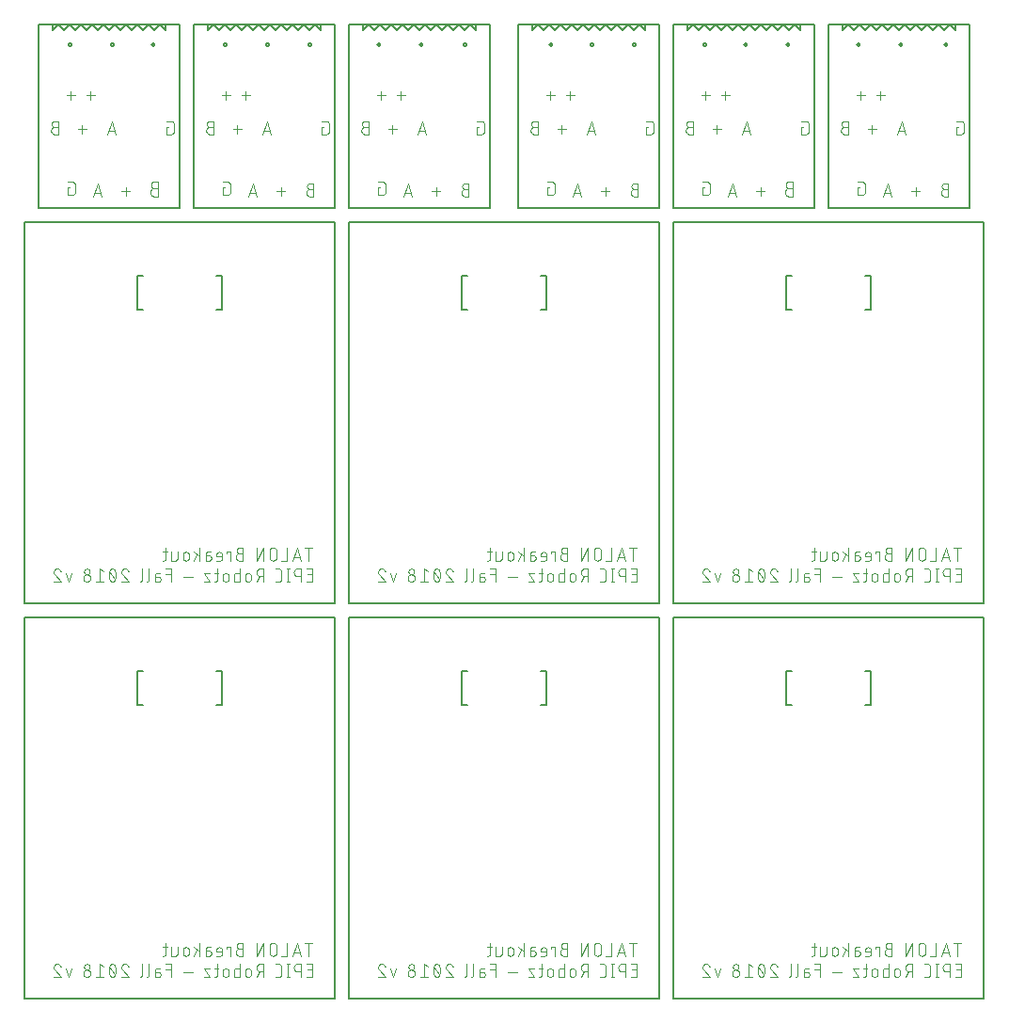
<source format=gbr>
G04 EAGLE Gerber X2 export*
%TF.Part,Single*%
%TF.FileFunction,Legend,Bot,1*%
%TF.FilePolarity,Positive*%
%TF.GenerationSoftware,Autodesk,EAGLE,9.1.3*%
%TF.CreationDate,2018-11-04T16:40:41Z*%
G75*
%MOIN*%
%FSLAX34Y34*%
%LPD*%
%AMOC8*
5,1,8,0,0,1.08239X$1,22.5*%
G01*
%ADD10C,0.004000*%
%ADD11C,0.006000*%


D10*
X4730Y28709D02*
X4586Y28709D01*
X4586Y28708D02*
X4563Y28706D01*
X4542Y28701D01*
X4521Y28692D01*
X4501Y28680D01*
X4484Y28666D01*
X4470Y28649D01*
X4458Y28629D01*
X4449Y28608D01*
X4444Y28587D01*
X4442Y28564D01*
X4444Y28541D01*
X4449Y28520D01*
X4458Y28499D01*
X4470Y28479D01*
X4484Y28462D01*
X4501Y28448D01*
X4521Y28436D01*
X4542Y28427D01*
X4563Y28422D01*
X4586Y28420D01*
X4730Y28420D01*
X4730Y28940D01*
X4586Y28940D01*
X4566Y28938D01*
X4546Y28933D01*
X4528Y28924D01*
X4511Y28913D01*
X4497Y28899D01*
X4486Y28882D01*
X4477Y28864D01*
X4472Y28844D01*
X4470Y28824D01*
X4472Y28804D01*
X4477Y28784D01*
X4486Y28766D01*
X4497Y28749D01*
X4511Y28735D01*
X4528Y28724D01*
X4546Y28715D01*
X4566Y28710D01*
X4586Y28708D01*
X3730Y28599D02*
X3423Y28599D01*
X3577Y28446D02*
X3577Y28752D01*
X2730Y28420D02*
X2577Y28880D01*
X2423Y28420D01*
X2462Y28535D02*
X2692Y28535D01*
X1601Y28726D02*
X1524Y28726D01*
X1524Y28470D01*
X1678Y28470D01*
X1696Y28472D01*
X1713Y28476D01*
X1729Y28484D01*
X1744Y28494D01*
X1756Y28506D01*
X1766Y28521D01*
X1774Y28537D01*
X1778Y28554D01*
X1780Y28572D01*
X1780Y28828D01*
X1778Y28846D01*
X1774Y28863D01*
X1766Y28879D01*
X1756Y28894D01*
X1744Y28906D01*
X1729Y28916D01*
X1713Y28924D01*
X1696Y28928D01*
X1678Y28930D01*
X1524Y28930D01*
X5024Y30876D02*
X5101Y30876D01*
X5024Y30876D02*
X5024Y30620D01*
X5178Y30620D01*
X5196Y30622D01*
X5213Y30626D01*
X5229Y30634D01*
X5244Y30644D01*
X5256Y30656D01*
X5266Y30671D01*
X5274Y30687D01*
X5278Y30704D01*
X5280Y30722D01*
X5280Y30978D01*
X5278Y30996D01*
X5274Y31013D01*
X5266Y31029D01*
X5256Y31044D01*
X5244Y31056D01*
X5229Y31066D01*
X5213Y31074D01*
X5196Y31078D01*
X5178Y31080D01*
X5024Y31080D01*
X3230Y30620D02*
X3077Y31080D01*
X2923Y30620D01*
X2962Y30735D02*
X3192Y30735D01*
X2180Y30799D02*
X1873Y30799D01*
X2027Y30646D02*
X2027Y30952D01*
X1180Y30876D02*
X1052Y30876D01*
X1031Y30874D01*
X1010Y30869D01*
X991Y30861D01*
X973Y30849D01*
X958Y30835D01*
X945Y30818D01*
X935Y30799D01*
X928Y30779D01*
X924Y30759D01*
X924Y30737D01*
X928Y30717D01*
X935Y30697D01*
X945Y30678D01*
X958Y30661D01*
X973Y30647D01*
X991Y30635D01*
X1010Y30627D01*
X1031Y30622D01*
X1052Y30620D01*
X1180Y30620D01*
X1180Y31080D01*
X1052Y31080D01*
X1033Y31078D01*
X1015Y31073D01*
X998Y31065D01*
X983Y31053D01*
X971Y31039D01*
X961Y31023D01*
X954Y31006D01*
X950Y30987D01*
X950Y30969D01*
X954Y30950D01*
X961Y30933D01*
X971Y30917D01*
X983Y30903D01*
X998Y30891D01*
X1015Y30883D01*
X1033Y30878D01*
X1052Y30876D01*
X2173Y31999D02*
X2480Y31999D01*
X2327Y31846D02*
X2327Y32152D01*
X1780Y31999D02*
X1473Y31999D01*
X1627Y31846D02*
X1627Y32152D01*
X10102Y28676D02*
X10230Y28676D01*
X10102Y28676D02*
X10081Y28674D01*
X10060Y28669D01*
X10041Y28661D01*
X10023Y28649D01*
X10008Y28635D01*
X9995Y28618D01*
X9985Y28599D01*
X9978Y28579D01*
X9974Y28559D01*
X9974Y28537D01*
X9978Y28517D01*
X9985Y28497D01*
X9995Y28478D01*
X10008Y28461D01*
X10023Y28447D01*
X10041Y28435D01*
X10060Y28427D01*
X10081Y28422D01*
X10102Y28420D01*
X10230Y28420D01*
X10230Y28880D01*
X10102Y28880D01*
X10083Y28878D01*
X10065Y28873D01*
X10048Y28865D01*
X10033Y28853D01*
X10021Y28839D01*
X10011Y28823D01*
X10004Y28806D01*
X10000Y28787D01*
X10000Y28769D01*
X10004Y28750D01*
X10011Y28733D01*
X10021Y28717D01*
X10033Y28703D01*
X10048Y28691D01*
X10065Y28683D01*
X10083Y28678D01*
X10102Y28676D01*
X9230Y28599D02*
X8923Y28599D01*
X9077Y28446D02*
X9077Y28752D01*
X8230Y28420D02*
X8077Y28880D01*
X7923Y28420D01*
X7962Y28535D02*
X8192Y28535D01*
X7101Y28726D02*
X7024Y28726D01*
X7024Y28470D01*
X7178Y28470D01*
X7196Y28472D01*
X7213Y28476D01*
X7229Y28484D01*
X7244Y28494D01*
X7256Y28506D01*
X7266Y28521D01*
X7274Y28537D01*
X7278Y28554D01*
X7280Y28572D01*
X7280Y28828D01*
X7278Y28846D01*
X7274Y28863D01*
X7266Y28879D01*
X7256Y28894D01*
X7244Y28906D01*
X7229Y28916D01*
X7213Y28924D01*
X7196Y28928D01*
X7178Y28930D01*
X7024Y28930D01*
X10524Y30876D02*
X10601Y30876D01*
X10524Y30876D02*
X10524Y30620D01*
X10678Y30620D01*
X10696Y30622D01*
X10713Y30626D01*
X10729Y30634D01*
X10744Y30644D01*
X10756Y30656D01*
X10766Y30671D01*
X10774Y30687D01*
X10778Y30704D01*
X10780Y30722D01*
X10780Y30978D01*
X10778Y30996D01*
X10774Y31013D01*
X10766Y31029D01*
X10756Y31044D01*
X10744Y31056D01*
X10729Y31066D01*
X10713Y31074D01*
X10696Y31078D01*
X10678Y31080D01*
X10524Y31080D01*
X8730Y30620D02*
X8577Y31080D01*
X8423Y30620D01*
X8462Y30735D02*
X8692Y30735D01*
X7680Y30799D02*
X7373Y30799D01*
X7527Y30646D02*
X7527Y30952D01*
X6680Y30876D02*
X6552Y30876D01*
X6531Y30874D01*
X6510Y30869D01*
X6491Y30861D01*
X6473Y30849D01*
X6458Y30835D01*
X6445Y30818D01*
X6435Y30799D01*
X6428Y30779D01*
X6424Y30759D01*
X6424Y30737D01*
X6428Y30717D01*
X6435Y30697D01*
X6445Y30678D01*
X6458Y30661D01*
X6473Y30647D01*
X6491Y30635D01*
X6510Y30627D01*
X6531Y30622D01*
X6552Y30620D01*
X6680Y30620D01*
X6680Y31080D01*
X6552Y31080D01*
X6533Y31078D01*
X6515Y31073D01*
X6498Y31065D01*
X6483Y31053D01*
X6471Y31039D01*
X6461Y31023D01*
X6454Y31006D01*
X6450Y30987D01*
X6450Y30969D01*
X6454Y30950D01*
X6461Y30933D01*
X6471Y30917D01*
X6483Y30903D01*
X6498Y30891D01*
X6515Y30883D01*
X6533Y30878D01*
X6552Y30876D01*
X7673Y31999D02*
X7980Y31999D01*
X7827Y31846D02*
X7827Y32152D01*
X7280Y31999D02*
X6973Y31999D01*
X7127Y31846D02*
X7127Y32152D01*
X15602Y28676D02*
X15730Y28676D01*
X15602Y28676D02*
X15581Y28674D01*
X15560Y28669D01*
X15541Y28661D01*
X15523Y28649D01*
X15508Y28635D01*
X15495Y28618D01*
X15485Y28599D01*
X15478Y28579D01*
X15474Y28559D01*
X15474Y28537D01*
X15478Y28517D01*
X15485Y28497D01*
X15495Y28478D01*
X15508Y28461D01*
X15523Y28447D01*
X15541Y28435D01*
X15560Y28427D01*
X15581Y28422D01*
X15602Y28420D01*
X15730Y28420D01*
X15730Y28880D01*
X15602Y28880D01*
X15583Y28878D01*
X15565Y28873D01*
X15548Y28865D01*
X15533Y28853D01*
X15521Y28839D01*
X15511Y28823D01*
X15504Y28806D01*
X15500Y28787D01*
X15500Y28769D01*
X15504Y28750D01*
X15511Y28733D01*
X15521Y28717D01*
X15533Y28703D01*
X15548Y28691D01*
X15565Y28683D01*
X15583Y28678D01*
X15602Y28676D01*
X14730Y28599D02*
X14423Y28599D01*
X14577Y28446D02*
X14577Y28752D01*
X13730Y28420D02*
X13577Y28880D01*
X13423Y28420D01*
X13462Y28535D02*
X13692Y28535D01*
X12601Y28726D02*
X12524Y28726D01*
X12524Y28470D01*
X12678Y28470D01*
X12696Y28472D01*
X12713Y28476D01*
X12729Y28484D01*
X12744Y28494D01*
X12756Y28506D01*
X12766Y28521D01*
X12774Y28537D01*
X12778Y28554D01*
X12780Y28572D01*
X12780Y28828D01*
X12778Y28846D01*
X12774Y28863D01*
X12766Y28879D01*
X12756Y28894D01*
X12744Y28906D01*
X12729Y28916D01*
X12713Y28924D01*
X12696Y28928D01*
X12678Y28930D01*
X12524Y28930D01*
X16024Y30876D02*
X16101Y30876D01*
X16024Y30876D02*
X16024Y30620D01*
X16178Y30620D01*
X16196Y30622D01*
X16213Y30626D01*
X16229Y30634D01*
X16244Y30644D01*
X16256Y30656D01*
X16266Y30671D01*
X16274Y30687D01*
X16278Y30704D01*
X16280Y30722D01*
X16280Y30978D01*
X16278Y30996D01*
X16274Y31013D01*
X16266Y31029D01*
X16256Y31044D01*
X16244Y31056D01*
X16229Y31066D01*
X16213Y31074D01*
X16196Y31078D01*
X16178Y31080D01*
X16024Y31080D01*
X14230Y30620D02*
X14077Y31080D01*
X13923Y30620D01*
X13962Y30735D02*
X14192Y30735D01*
X13180Y30799D02*
X12873Y30799D01*
X13027Y30646D02*
X13027Y30952D01*
X12180Y30876D02*
X12052Y30876D01*
X12031Y30874D01*
X12010Y30869D01*
X11991Y30861D01*
X11973Y30849D01*
X11958Y30835D01*
X11945Y30818D01*
X11935Y30799D01*
X11928Y30779D01*
X11924Y30759D01*
X11924Y30737D01*
X11928Y30717D01*
X11935Y30697D01*
X11945Y30678D01*
X11958Y30661D01*
X11973Y30647D01*
X11991Y30635D01*
X12010Y30627D01*
X12031Y30622D01*
X12052Y30620D01*
X12180Y30620D01*
X12180Y31080D01*
X12052Y31080D01*
X12033Y31078D01*
X12015Y31073D01*
X11998Y31065D01*
X11983Y31053D01*
X11971Y31039D01*
X11961Y31023D01*
X11954Y31006D01*
X11950Y30987D01*
X11950Y30969D01*
X11954Y30950D01*
X11961Y30933D01*
X11971Y30917D01*
X11983Y30903D01*
X11998Y30891D01*
X12015Y30883D01*
X12033Y30878D01*
X12052Y30876D01*
X13173Y31999D02*
X13480Y31999D01*
X13327Y31846D02*
X13327Y32152D01*
X12780Y31999D02*
X12473Y31999D01*
X12627Y31846D02*
X12627Y32152D01*
X21602Y28676D02*
X21730Y28676D01*
X21602Y28676D02*
X21581Y28674D01*
X21560Y28669D01*
X21541Y28661D01*
X21523Y28649D01*
X21508Y28635D01*
X21495Y28618D01*
X21485Y28599D01*
X21478Y28579D01*
X21474Y28559D01*
X21474Y28537D01*
X21478Y28517D01*
X21485Y28497D01*
X21495Y28478D01*
X21508Y28461D01*
X21523Y28447D01*
X21541Y28435D01*
X21560Y28427D01*
X21581Y28422D01*
X21602Y28420D01*
X21730Y28420D01*
X21730Y28880D01*
X21602Y28880D01*
X21583Y28878D01*
X21565Y28873D01*
X21548Y28865D01*
X21533Y28853D01*
X21521Y28839D01*
X21511Y28823D01*
X21504Y28806D01*
X21500Y28787D01*
X21500Y28769D01*
X21504Y28750D01*
X21511Y28733D01*
X21521Y28717D01*
X21533Y28703D01*
X21548Y28691D01*
X21565Y28683D01*
X21583Y28678D01*
X21602Y28676D01*
X20730Y28599D02*
X20423Y28599D01*
X20577Y28446D02*
X20577Y28752D01*
X19730Y28420D02*
X19577Y28880D01*
X19423Y28420D01*
X19462Y28535D02*
X19692Y28535D01*
X18601Y28726D02*
X18524Y28726D01*
X18524Y28470D01*
X18678Y28470D01*
X18696Y28472D01*
X18713Y28476D01*
X18729Y28484D01*
X18744Y28494D01*
X18756Y28506D01*
X18766Y28521D01*
X18774Y28537D01*
X18778Y28554D01*
X18780Y28572D01*
X18780Y28828D01*
X18778Y28846D01*
X18774Y28863D01*
X18766Y28879D01*
X18756Y28894D01*
X18744Y28906D01*
X18729Y28916D01*
X18713Y28924D01*
X18696Y28928D01*
X18678Y28930D01*
X18524Y28930D01*
X22024Y30876D02*
X22101Y30876D01*
X22024Y30876D02*
X22024Y30620D01*
X22178Y30620D01*
X22196Y30622D01*
X22213Y30626D01*
X22229Y30634D01*
X22244Y30644D01*
X22256Y30656D01*
X22266Y30671D01*
X22274Y30687D01*
X22278Y30704D01*
X22280Y30722D01*
X22280Y30978D01*
X22278Y30996D01*
X22274Y31013D01*
X22266Y31029D01*
X22256Y31044D01*
X22244Y31056D01*
X22229Y31066D01*
X22213Y31074D01*
X22196Y31078D01*
X22178Y31080D01*
X22024Y31080D01*
X20230Y30620D02*
X20077Y31080D01*
X19923Y30620D01*
X19962Y30735D02*
X20192Y30735D01*
X19180Y30799D02*
X18873Y30799D01*
X19027Y30646D02*
X19027Y30952D01*
X18180Y30876D02*
X18052Y30876D01*
X18031Y30874D01*
X18010Y30869D01*
X17991Y30861D01*
X17973Y30849D01*
X17958Y30835D01*
X17945Y30818D01*
X17935Y30799D01*
X17928Y30779D01*
X17924Y30759D01*
X17924Y30737D01*
X17928Y30717D01*
X17935Y30697D01*
X17945Y30678D01*
X17958Y30661D01*
X17973Y30647D01*
X17991Y30635D01*
X18010Y30627D01*
X18031Y30622D01*
X18052Y30620D01*
X18180Y30620D01*
X18180Y31080D01*
X18052Y31080D01*
X18033Y31078D01*
X18015Y31073D01*
X17998Y31065D01*
X17983Y31053D01*
X17971Y31039D01*
X17961Y31023D01*
X17954Y31006D01*
X17950Y30987D01*
X17950Y30969D01*
X17954Y30950D01*
X17961Y30933D01*
X17971Y30917D01*
X17983Y30903D01*
X17998Y30891D01*
X18015Y30883D01*
X18033Y30878D01*
X18052Y30876D01*
X19173Y31999D02*
X19480Y31999D01*
X19327Y31846D02*
X19327Y32152D01*
X18780Y31999D02*
X18473Y31999D01*
X18627Y31846D02*
X18627Y32152D01*
X27086Y28709D02*
X27230Y28709D01*
X27086Y28708D02*
X27063Y28706D01*
X27042Y28701D01*
X27021Y28692D01*
X27001Y28680D01*
X26984Y28666D01*
X26970Y28649D01*
X26958Y28629D01*
X26949Y28608D01*
X26944Y28587D01*
X26942Y28564D01*
X26944Y28541D01*
X26949Y28520D01*
X26958Y28499D01*
X26970Y28479D01*
X26984Y28462D01*
X27001Y28448D01*
X27021Y28436D01*
X27042Y28427D01*
X27063Y28422D01*
X27086Y28420D01*
X27230Y28420D01*
X27230Y28940D01*
X27086Y28940D01*
X27066Y28938D01*
X27046Y28933D01*
X27028Y28924D01*
X27011Y28913D01*
X26997Y28899D01*
X26986Y28882D01*
X26977Y28864D01*
X26972Y28844D01*
X26970Y28824D01*
X26972Y28804D01*
X26977Y28784D01*
X26986Y28766D01*
X26997Y28749D01*
X27011Y28735D01*
X27028Y28724D01*
X27046Y28715D01*
X27066Y28710D01*
X27086Y28708D01*
X26230Y28599D02*
X25923Y28599D01*
X26077Y28446D02*
X26077Y28752D01*
X25230Y28420D02*
X25077Y28880D01*
X24923Y28420D01*
X24962Y28535D02*
X25192Y28535D01*
X24101Y28726D02*
X24024Y28726D01*
X24024Y28470D01*
X24178Y28470D01*
X24196Y28472D01*
X24213Y28476D01*
X24229Y28484D01*
X24244Y28494D01*
X24256Y28506D01*
X24266Y28521D01*
X24274Y28537D01*
X24278Y28554D01*
X24280Y28572D01*
X24280Y28828D01*
X24278Y28846D01*
X24274Y28863D01*
X24266Y28879D01*
X24256Y28894D01*
X24244Y28906D01*
X24229Y28916D01*
X24213Y28924D01*
X24196Y28928D01*
X24178Y28930D01*
X24024Y28930D01*
X27524Y30876D02*
X27601Y30876D01*
X27524Y30876D02*
X27524Y30620D01*
X27678Y30620D01*
X27696Y30622D01*
X27713Y30626D01*
X27729Y30634D01*
X27744Y30644D01*
X27756Y30656D01*
X27766Y30671D01*
X27774Y30687D01*
X27778Y30704D01*
X27780Y30722D01*
X27780Y30978D01*
X27778Y30996D01*
X27774Y31013D01*
X27766Y31029D01*
X27756Y31044D01*
X27744Y31056D01*
X27729Y31066D01*
X27713Y31074D01*
X27696Y31078D01*
X27678Y31080D01*
X27524Y31080D01*
X25730Y30620D02*
X25577Y31080D01*
X25423Y30620D01*
X25462Y30735D02*
X25692Y30735D01*
X24680Y30799D02*
X24373Y30799D01*
X24527Y30646D02*
X24527Y30952D01*
X23680Y30876D02*
X23552Y30876D01*
X23531Y30874D01*
X23510Y30869D01*
X23491Y30861D01*
X23473Y30849D01*
X23458Y30835D01*
X23445Y30818D01*
X23435Y30799D01*
X23428Y30779D01*
X23424Y30759D01*
X23424Y30737D01*
X23428Y30717D01*
X23435Y30697D01*
X23445Y30678D01*
X23458Y30661D01*
X23473Y30647D01*
X23491Y30635D01*
X23510Y30627D01*
X23531Y30622D01*
X23552Y30620D01*
X23680Y30620D01*
X23680Y31080D01*
X23552Y31080D01*
X23533Y31078D01*
X23515Y31073D01*
X23498Y31065D01*
X23483Y31053D01*
X23471Y31039D01*
X23461Y31023D01*
X23454Y31006D01*
X23450Y30987D01*
X23450Y30969D01*
X23454Y30950D01*
X23461Y30933D01*
X23471Y30917D01*
X23483Y30903D01*
X23498Y30891D01*
X23515Y30883D01*
X23533Y30878D01*
X23552Y30876D01*
X24673Y31999D02*
X24980Y31999D01*
X24827Y31846D02*
X24827Y32152D01*
X24280Y31999D02*
X23973Y31999D01*
X24127Y31846D02*
X24127Y32152D01*
X32602Y28676D02*
X32730Y28676D01*
X32602Y28676D02*
X32581Y28674D01*
X32560Y28669D01*
X32541Y28661D01*
X32523Y28649D01*
X32508Y28635D01*
X32495Y28618D01*
X32485Y28599D01*
X32478Y28579D01*
X32474Y28559D01*
X32474Y28537D01*
X32478Y28517D01*
X32485Y28497D01*
X32495Y28478D01*
X32508Y28461D01*
X32523Y28447D01*
X32541Y28435D01*
X32560Y28427D01*
X32581Y28422D01*
X32602Y28420D01*
X32730Y28420D01*
X32730Y28880D01*
X32602Y28880D01*
X32583Y28878D01*
X32565Y28873D01*
X32548Y28865D01*
X32533Y28853D01*
X32521Y28839D01*
X32511Y28823D01*
X32504Y28806D01*
X32500Y28787D01*
X32500Y28769D01*
X32504Y28750D01*
X32511Y28733D01*
X32521Y28717D01*
X32533Y28703D01*
X32548Y28691D01*
X32565Y28683D01*
X32583Y28678D01*
X32602Y28676D01*
X31730Y28599D02*
X31423Y28599D01*
X31577Y28446D02*
X31577Y28752D01*
X30730Y28420D02*
X30577Y28880D01*
X30423Y28420D01*
X30462Y28535D02*
X30692Y28535D01*
X29601Y28726D02*
X29524Y28726D01*
X29524Y28470D01*
X29678Y28470D01*
X29696Y28472D01*
X29713Y28476D01*
X29729Y28484D01*
X29744Y28494D01*
X29756Y28506D01*
X29766Y28521D01*
X29774Y28537D01*
X29778Y28554D01*
X29780Y28572D01*
X29780Y28828D01*
X29778Y28846D01*
X29774Y28863D01*
X29766Y28879D01*
X29756Y28894D01*
X29744Y28906D01*
X29729Y28916D01*
X29713Y28924D01*
X29696Y28928D01*
X29678Y28930D01*
X29524Y28930D01*
X33024Y30876D02*
X33101Y30876D01*
X33024Y30876D02*
X33024Y30620D01*
X33178Y30620D01*
X33196Y30622D01*
X33213Y30626D01*
X33229Y30634D01*
X33244Y30644D01*
X33256Y30656D01*
X33266Y30671D01*
X33274Y30687D01*
X33278Y30704D01*
X33280Y30722D01*
X33280Y30978D01*
X33278Y30996D01*
X33274Y31013D01*
X33266Y31029D01*
X33256Y31044D01*
X33244Y31056D01*
X33229Y31066D01*
X33213Y31074D01*
X33196Y31078D01*
X33178Y31080D01*
X33024Y31080D01*
X31230Y30620D02*
X31077Y31080D01*
X30923Y30620D01*
X30962Y30735D02*
X31192Y30735D01*
X29180Y30876D02*
X29052Y30876D01*
X29031Y30874D01*
X29010Y30869D01*
X28991Y30861D01*
X28973Y30849D01*
X28958Y30835D01*
X28945Y30818D01*
X28935Y30799D01*
X28928Y30779D01*
X28924Y30759D01*
X28924Y30737D01*
X28928Y30717D01*
X28935Y30697D01*
X28945Y30678D01*
X28958Y30661D01*
X28973Y30647D01*
X28991Y30635D01*
X29010Y30627D01*
X29031Y30622D01*
X29052Y30620D01*
X29180Y30620D01*
X29180Y31080D01*
X29052Y31080D01*
X29033Y31078D01*
X29015Y31073D01*
X28998Y31065D01*
X28983Y31053D01*
X28971Y31039D01*
X28961Y31023D01*
X28954Y31006D01*
X28950Y30987D01*
X28950Y30969D01*
X28954Y30950D01*
X28961Y30933D01*
X28971Y30917D01*
X28983Y30903D01*
X28998Y30891D01*
X29015Y30883D01*
X29033Y30878D01*
X29052Y30876D01*
X30173Y31999D02*
X30480Y31999D01*
X30327Y31846D02*
X30327Y32152D01*
X29780Y31999D02*
X29473Y31999D01*
X29627Y31846D02*
X29627Y32152D01*
D11*
X33500Y34500D02*
X33500Y28000D01*
X33500Y34500D02*
X28500Y34500D01*
X28500Y28000D01*
X33500Y28000D01*
X28000Y34500D02*
X23000Y34500D01*
X23000Y28000D01*
X28000Y28000D01*
X28000Y34500D01*
X22500Y34500D02*
X17500Y34500D01*
X17500Y28000D01*
X22500Y28000D01*
X22500Y34500D01*
X16500Y28000D02*
X11500Y28000D01*
X11500Y34500D01*
X16500Y34500D01*
X16500Y28000D01*
X11000Y28000D02*
X11000Y34500D01*
X6000Y34500D01*
X6000Y28000D01*
X11000Y28000D01*
X5500Y28000D02*
X5500Y34500D01*
X5000Y34500D01*
X4800Y34500D01*
X4400Y34500D01*
X4000Y34500D01*
X3600Y34500D01*
X3200Y34500D01*
X2800Y34500D01*
X2400Y34500D01*
X2000Y34500D01*
X1600Y34500D01*
X1200Y34500D01*
X1000Y34500D01*
X500Y34500D01*
X500Y28000D01*
X5500Y28000D01*
X23000Y27500D02*
X34000Y27500D01*
X23000Y27500D02*
X23000Y14000D01*
X34000Y14000D01*
X34000Y27500D01*
X22500Y27500D02*
X11500Y27500D01*
X11500Y14000D01*
X22500Y14000D01*
X22500Y27500D01*
X11000Y27500D02*
X0Y27500D01*
X0Y14000D01*
X11000Y14000D01*
X11000Y27500D01*
X23000Y13500D02*
X34000Y13500D01*
X23000Y13500D02*
X23000Y0D01*
X34000Y0D01*
X34000Y13500D01*
X22500Y13500D02*
X11500Y13500D01*
X11500Y0D01*
X22500Y0D01*
X22500Y13500D01*
X11000Y13500D02*
X0Y13500D01*
X0Y0D01*
X11000Y0D01*
X11000Y13500D01*
D10*
X33057Y15520D02*
X33057Y15980D01*
X33185Y15980D02*
X32929Y15980D01*
X32637Y15980D02*
X32790Y15520D01*
X32484Y15520D02*
X32637Y15980D01*
X32522Y15635D02*
X32752Y15635D01*
X32299Y15520D02*
X32299Y15980D01*
X32299Y15520D02*
X32094Y15520D01*
X31925Y15648D02*
X31925Y15852D01*
X31923Y15873D01*
X31918Y15894D01*
X31910Y15913D01*
X31898Y15931D01*
X31884Y15946D01*
X31867Y15959D01*
X31848Y15969D01*
X31828Y15976D01*
X31808Y15980D01*
X31786Y15980D01*
X31766Y15976D01*
X31746Y15969D01*
X31727Y15959D01*
X31710Y15946D01*
X31696Y15931D01*
X31684Y15913D01*
X31676Y15894D01*
X31671Y15873D01*
X31669Y15852D01*
X31669Y15648D01*
X31671Y15627D01*
X31676Y15606D01*
X31684Y15587D01*
X31696Y15569D01*
X31710Y15554D01*
X31727Y15541D01*
X31746Y15531D01*
X31766Y15524D01*
X31786Y15520D01*
X31808Y15520D01*
X31828Y15524D01*
X31848Y15531D01*
X31867Y15541D01*
X31884Y15554D01*
X31898Y15569D01*
X31910Y15587D01*
X31918Y15606D01*
X31923Y15627D01*
X31925Y15648D01*
X31460Y15520D02*
X31460Y15980D01*
X31204Y15520D01*
X31204Y15980D01*
X30733Y15776D02*
X30605Y15776D01*
X30584Y15774D01*
X30563Y15769D01*
X30544Y15761D01*
X30526Y15749D01*
X30511Y15735D01*
X30498Y15718D01*
X30488Y15699D01*
X30481Y15679D01*
X30477Y15659D01*
X30477Y15637D01*
X30481Y15617D01*
X30488Y15597D01*
X30498Y15578D01*
X30511Y15561D01*
X30526Y15547D01*
X30544Y15535D01*
X30563Y15527D01*
X30584Y15522D01*
X30605Y15520D01*
X30733Y15520D01*
X30733Y15980D01*
X30605Y15980D01*
X30586Y15978D01*
X30568Y15973D01*
X30551Y15965D01*
X30536Y15953D01*
X30524Y15939D01*
X30514Y15923D01*
X30507Y15906D01*
X30503Y15887D01*
X30503Y15869D01*
X30507Y15850D01*
X30514Y15833D01*
X30524Y15817D01*
X30536Y15803D01*
X30551Y15791D01*
X30568Y15783D01*
X30586Y15778D01*
X30605Y15776D01*
X30291Y15827D02*
X30291Y15520D01*
X30291Y15827D02*
X30138Y15827D01*
X30138Y15776D01*
X29917Y15520D02*
X29790Y15520D01*
X29917Y15520D02*
X29932Y15521D01*
X29946Y15526D01*
X29960Y15533D01*
X29971Y15543D01*
X29981Y15554D01*
X29988Y15568D01*
X29993Y15582D01*
X29994Y15597D01*
X29994Y15724D01*
X29992Y15743D01*
X29987Y15761D01*
X29979Y15778D01*
X29967Y15793D01*
X29953Y15805D01*
X29937Y15815D01*
X29920Y15822D01*
X29901Y15826D01*
X29883Y15826D01*
X29864Y15822D01*
X29847Y15815D01*
X29831Y15805D01*
X29817Y15793D01*
X29805Y15778D01*
X29797Y15761D01*
X29792Y15743D01*
X29790Y15724D01*
X29790Y15673D01*
X29994Y15673D01*
X29517Y15699D02*
X29402Y15699D01*
X29517Y15698D02*
X29536Y15696D01*
X29553Y15690D01*
X29569Y15681D01*
X29583Y15669D01*
X29594Y15654D01*
X29602Y15637D01*
X29606Y15618D01*
X29606Y15600D01*
X29602Y15581D01*
X29594Y15565D01*
X29583Y15549D01*
X29569Y15537D01*
X29553Y15528D01*
X29536Y15522D01*
X29517Y15520D01*
X29402Y15520D01*
X29402Y15750D01*
X29403Y15765D01*
X29408Y15779D01*
X29415Y15793D01*
X29425Y15804D01*
X29436Y15814D01*
X29450Y15821D01*
X29464Y15826D01*
X29479Y15827D01*
X29581Y15827D01*
X29179Y15980D02*
X29179Y15520D01*
X29179Y15673D02*
X28974Y15827D01*
X29089Y15737D02*
X28974Y15520D01*
X28809Y15622D02*
X28809Y15724D01*
X28807Y15743D01*
X28802Y15761D01*
X28794Y15778D01*
X28782Y15793D01*
X28768Y15805D01*
X28752Y15815D01*
X28735Y15822D01*
X28716Y15826D01*
X28698Y15826D01*
X28679Y15822D01*
X28662Y15815D01*
X28646Y15805D01*
X28632Y15793D01*
X28620Y15778D01*
X28612Y15761D01*
X28607Y15743D01*
X28605Y15724D01*
X28605Y15622D01*
X28607Y15603D01*
X28612Y15585D01*
X28620Y15568D01*
X28632Y15553D01*
X28646Y15541D01*
X28662Y15531D01*
X28679Y15524D01*
X28698Y15520D01*
X28716Y15520D01*
X28735Y15524D01*
X28752Y15531D01*
X28768Y15541D01*
X28782Y15553D01*
X28794Y15568D01*
X28802Y15585D01*
X28807Y15603D01*
X28809Y15622D01*
X28404Y15597D02*
X28404Y15827D01*
X28404Y15597D02*
X28403Y15582D01*
X28398Y15568D01*
X28391Y15554D01*
X28381Y15543D01*
X28370Y15533D01*
X28356Y15526D01*
X28342Y15521D01*
X28327Y15520D01*
X28200Y15520D01*
X28200Y15827D01*
X28037Y15827D02*
X27884Y15827D01*
X27986Y15980D02*
X27986Y15597D01*
X27985Y15582D01*
X27980Y15568D01*
X27973Y15554D01*
X27963Y15543D01*
X27952Y15533D01*
X27938Y15526D01*
X27924Y15521D01*
X27909Y15520D01*
X27884Y15520D01*
X32980Y14770D02*
X33185Y14770D01*
X33185Y15230D01*
X32980Y15230D01*
X33031Y15026D02*
X33185Y15026D01*
X32789Y15230D02*
X32789Y14770D01*
X32789Y15230D02*
X32661Y15230D01*
X32640Y15228D01*
X32619Y15223D01*
X32600Y15215D01*
X32582Y15203D01*
X32567Y15189D01*
X32554Y15172D01*
X32544Y15153D01*
X32537Y15133D01*
X32533Y15113D01*
X32533Y15091D01*
X32537Y15071D01*
X32544Y15051D01*
X32554Y15032D01*
X32567Y15015D01*
X32582Y15001D01*
X32600Y14989D01*
X32619Y14981D01*
X32640Y14976D01*
X32661Y14974D01*
X32789Y14974D01*
X32323Y14770D02*
X32323Y15230D01*
X32374Y14770D02*
X32272Y14770D01*
X32272Y15230D02*
X32374Y15230D01*
X31990Y14770D02*
X31887Y14770D01*
X31990Y14770D02*
X32008Y14772D01*
X32025Y14776D01*
X32041Y14784D01*
X32056Y14794D01*
X32068Y14806D01*
X32078Y14821D01*
X32086Y14837D01*
X32090Y14854D01*
X32092Y14872D01*
X32092Y15128D01*
X32090Y15146D01*
X32086Y15163D01*
X32078Y15179D01*
X32068Y15194D01*
X32056Y15206D01*
X32041Y15216D01*
X32025Y15224D01*
X32008Y15228D01*
X31990Y15230D01*
X31887Y15230D01*
X31458Y15230D02*
X31458Y14770D01*
X31458Y15230D02*
X31330Y15230D01*
X31309Y15228D01*
X31288Y15223D01*
X31269Y15215D01*
X31251Y15203D01*
X31236Y15189D01*
X31223Y15172D01*
X31213Y15153D01*
X31206Y15133D01*
X31202Y15113D01*
X31202Y15091D01*
X31206Y15071D01*
X31213Y15051D01*
X31223Y15032D01*
X31236Y15015D01*
X31251Y15001D01*
X31269Y14989D01*
X31288Y14981D01*
X31309Y14976D01*
X31330Y14974D01*
X31458Y14974D01*
X31304Y14974D02*
X31202Y14770D01*
X31015Y14872D02*
X31015Y14974D01*
X31013Y14993D01*
X31008Y15011D01*
X31000Y15028D01*
X30988Y15043D01*
X30974Y15055D01*
X30958Y15065D01*
X30941Y15072D01*
X30922Y15076D01*
X30904Y15076D01*
X30885Y15072D01*
X30868Y15065D01*
X30852Y15055D01*
X30838Y15043D01*
X30826Y15028D01*
X30818Y15011D01*
X30813Y14993D01*
X30811Y14974D01*
X30811Y14872D01*
X30813Y14853D01*
X30818Y14835D01*
X30826Y14818D01*
X30838Y14803D01*
X30852Y14791D01*
X30868Y14781D01*
X30885Y14774D01*
X30904Y14770D01*
X30922Y14770D01*
X30941Y14774D01*
X30958Y14781D01*
X30974Y14791D01*
X30988Y14803D01*
X31000Y14818D01*
X31008Y14835D01*
X31013Y14853D01*
X31015Y14872D01*
X30608Y14770D02*
X30608Y15230D01*
X30608Y14770D02*
X30480Y14770D01*
X30463Y14772D01*
X30447Y14778D01*
X30432Y14787D01*
X30420Y14799D01*
X30411Y14814D01*
X30405Y14830D01*
X30403Y14847D01*
X30403Y15000D01*
X30404Y15015D01*
X30409Y15029D01*
X30416Y15043D01*
X30426Y15054D01*
X30437Y15064D01*
X30451Y15071D01*
X30465Y15076D01*
X30480Y15077D01*
X30608Y15077D01*
X30220Y14974D02*
X30220Y14872D01*
X30220Y14974D02*
X30218Y14993D01*
X30213Y15011D01*
X30205Y15028D01*
X30193Y15043D01*
X30179Y15055D01*
X30163Y15065D01*
X30146Y15072D01*
X30127Y15076D01*
X30109Y15076D01*
X30090Y15072D01*
X30073Y15065D01*
X30057Y15055D01*
X30043Y15043D01*
X30031Y15028D01*
X30023Y15011D01*
X30018Y14993D01*
X30016Y14974D01*
X30016Y14872D01*
X30018Y14853D01*
X30023Y14835D01*
X30031Y14818D01*
X30043Y14803D01*
X30057Y14791D01*
X30073Y14781D01*
X30090Y14774D01*
X30109Y14770D01*
X30127Y14770D01*
X30146Y14774D01*
X30163Y14781D01*
X30179Y14791D01*
X30193Y14803D01*
X30205Y14818D01*
X30213Y14835D01*
X30218Y14853D01*
X30220Y14872D01*
X29868Y15077D02*
X29715Y15077D01*
X29817Y15230D02*
X29817Y14847D01*
X29816Y14832D01*
X29811Y14818D01*
X29804Y14804D01*
X29794Y14793D01*
X29783Y14783D01*
X29769Y14776D01*
X29755Y14771D01*
X29740Y14770D01*
X29715Y14770D01*
X29560Y15077D02*
X29356Y15077D01*
X29560Y14770D01*
X29356Y14770D01*
X28936Y14949D02*
X28629Y14949D01*
X28175Y14770D02*
X28175Y15230D01*
X27970Y15230D01*
X27970Y15026D02*
X28175Y15026D01*
X27718Y14949D02*
X27603Y14949D01*
X27718Y14948D02*
X27737Y14946D01*
X27754Y14940D01*
X27770Y14931D01*
X27784Y14919D01*
X27795Y14904D01*
X27803Y14887D01*
X27807Y14868D01*
X27807Y14850D01*
X27803Y14831D01*
X27795Y14815D01*
X27784Y14799D01*
X27770Y14787D01*
X27754Y14778D01*
X27737Y14772D01*
X27718Y14770D01*
X27603Y14770D01*
X27603Y15000D01*
X27604Y15015D01*
X27609Y15029D01*
X27616Y15043D01*
X27626Y15054D01*
X27637Y15064D01*
X27651Y15071D01*
X27665Y15076D01*
X27680Y15077D01*
X27782Y15077D01*
X27394Y15230D02*
X27394Y14847D01*
X27393Y14832D01*
X27388Y14818D01*
X27381Y14804D01*
X27371Y14793D01*
X27360Y14783D01*
X27346Y14776D01*
X27332Y14771D01*
X27317Y14770D01*
X27154Y14847D02*
X27154Y15230D01*
X27154Y14847D02*
X27153Y14832D01*
X27148Y14818D01*
X27141Y14804D01*
X27131Y14793D01*
X27120Y14783D01*
X27106Y14776D01*
X27092Y14771D01*
X27077Y14770D01*
X26535Y15230D02*
X26515Y15228D01*
X26496Y15223D01*
X26478Y15215D01*
X26461Y15203D01*
X26447Y15189D01*
X26435Y15173D01*
X26427Y15154D01*
X26422Y15135D01*
X26420Y15115D01*
X26535Y15230D02*
X26558Y15228D01*
X26581Y15223D01*
X26602Y15214D01*
X26622Y15202D01*
X26640Y15187D01*
X26655Y15169D01*
X26667Y15149D01*
X26676Y15128D01*
X26458Y15025D02*
X26445Y15040D01*
X26434Y15057D01*
X26426Y15076D01*
X26422Y15095D01*
X26420Y15115D01*
X26458Y15026D02*
X26676Y14770D01*
X26420Y14770D01*
X26225Y15000D02*
X26223Y15034D01*
X26219Y15068D01*
X26211Y15102D01*
X26200Y15135D01*
X26187Y15166D01*
X26188Y15166D02*
X26181Y15181D01*
X26172Y15195D01*
X26160Y15207D01*
X26146Y15217D01*
X26131Y15224D01*
X26115Y15229D01*
X26098Y15230D01*
X26081Y15229D01*
X26065Y15224D01*
X26050Y15217D01*
X26036Y15207D01*
X26024Y15195D01*
X26015Y15181D01*
X26008Y15166D01*
X25995Y15135D01*
X25984Y15102D01*
X25976Y15068D01*
X25972Y15034D01*
X25970Y15000D01*
X26225Y15000D02*
X26223Y14966D01*
X26219Y14932D01*
X26211Y14898D01*
X26200Y14865D01*
X26187Y14834D01*
X26188Y14834D02*
X26181Y14819D01*
X26172Y14805D01*
X26160Y14793D01*
X26146Y14783D01*
X26131Y14776D01*
X26115Y14771D01*
X26098Y14770D01*
X26008Y14834D02*
X25995Y14865D01*
X25984Y14898D01*
X25976Y14932D01*
X25972Y14966D01*
X25970Y15000D01*
X26008Y14834D02*
X26015Y14819D01*
X26024Y14805D01*
X26036Y14793D01*
X26050Y14783D01*
X26065Y14776D01*
X26081Y14771D01*
X26098Y14770D01*
X26200Y14872D02*
X25996Y15128D01*
X25776Y15128D02*
X25648Y15230D01*
X25648Y14770D01*
X25776Y14770D02*
X25520Y14770D01*
X25326Y14898D02*
X25324Y14919D01*
X25319Y14940D01*
X25311Y14959D01*
X25299Y14977D01*
X25285Y14992D01*
X25268Y15005D01*
X25249Y15015D01*
X25229Y15022D01*
X25209Y15026D01*
X25187Y15026D01*
X25167Y15022D01*
X25147Y15015D01*
X25128Y15005D01*
X25111Y14992D01*
X25097Y14977D01*
X25085Y14959D01*
X25077Y14940D01*
X25072Y14919D01*
X25070Y14898D01*
X25072Y14877D01*
X25077Y14856D01*
X25085Y14837D01*
X25097Y14819D01*
X25111Y14804D01*
X25128Y14791D01*
X25147Y14781D01*
X25167Y14774D01*
X25187Y14770D01*
X25209Y14770D01*
X25229Y14774D01*
X25249Y14781D01*
X25268Y14791D01*
X25285Y14804D01*
X25299Y14819D01*
X25311Y14837D01*
X25319Y14856D01*
X25324Y14877D01*
X25326Y14898D01*
X25300Y15128D02*
X25298Y15147D01*
X25293Y15165D01*
X25285Y15182D01*
X25273Y15197D01*
X25259Y15209D01*
X25243Y15219D01*
X25226Y15226D01*
X25207Y15230D01*
X25189Y15230D01*
X25170Y15226D01*
X25153Y15219D01*
X25137Y15209D01*
X25123Y15197D01*
X25111Y15182D01*
X25103Y15165D01*
X25098Y15147D01*
X25096Y15128D01*
X25098Y15109D01*
X25103Y15091D01*
X25111Y15074D01*
X25123Y15059D01*
X25137Y15047D01*
X25153Y15037D01*
X25170Y15030D01*
X25189Y15026D01*
X25207Y15026D01*
X25226Y15030D01*
X25243Y15037D01*
X25259Y15047D01*
X25273Y15059D01*
X25285Y15074D01*
X25293Y15091D01*
X25298Y15109D01*
X25300Y15128D01*
X24655Y15077D02*
X24553Y14770D01*
X24451Y15077D01*
X24135Y15230D02*
X24115Y15228D01*
X24096Y15223D01*
X24078Y15215D01*
X24061Y15203D01*
X24047Y15189D01*
X24035Y15173D01*
X24027Y15154D01*
X24022Y15135D01*
X24020Y15115D01*
X24135Y15230D02*
X24158Y15228D01*
X24181Y15223D01*
X24202Y15214D01*
X24222Y15202D01*
X24240Y15187D01*
X24255Y15169D01*
X24267Y15149D01*
X24276Y15128D01*
X24058Y15025D02*
X24045Y15040D01*
X24034Y15057D01*
X24026Y15076D01*
X24022Y15095D01*
X24020Y15115D01*
X24058Y15026D02*
X24276Y14770D01*
X24020Y14770D01*
D11*
X4500Y33800D02*
X4502Y33813D01*
X4507Y33826D01*
X4516Y33837D01*
X4527Y33844D01*
X4540Y33849D01*
X4553Y33850D01*
X4567Y33847D01*
X4579Y33841D01*
X4589Y33832D01*
X4596Y33820D01*
X4600Y33807D01*
X4600Y33793D01*
X4596Y33780D01*
X4589Y33768D01*
X4579Y33759D01*
X4567Y33753D01*
X4553Y33750D01*
X4540Y33751D01*
X4527Y33756D01*
X4516Y33763D01*
X4507Y33774D01*
X4502Y33787D01*
X4500Y33800D01*
X3050Y33800D02*
X3052Y33813D01*
X3057Y33826D01*
X3066Y33837D01*
X3077Y33844D01*
X3090Y33849D01*
X3103Y33850D01*
X3117Y33847D01*
X3129Y33841D01*
X3139Y33832D01*
X3146Y33820D01*
X3150Y33807D01*
X3150Y33793D01*
X3146Y33780D01*
X3139Y33768D01*
X3129Y33759D01*
X3117Y33753D01*
X3103Y33750D01*
X3090Y33751D01*
X3077Y33756D01*
X3066Y33763D01*
X3057Y33774D01*
X3052Y33787D01*
X3050Y33800D01*
X1550Y33800D02*
X1552Y33813D01*
X1557Y33826D01*
X1566Y33837D01*
X1577Y33844D01*
X1590Y33849D01*
X1603Y33850D01*
X1617Y33847D01*
X1629Y33841D01*
X1639Y33832D01*
X1646Y33820D01*
X1650Y33807D01*
X1650Y33793D01*
X1646Y33780D01*
X1639Y33768D01*
X1629Y33759D01*
X1617Y33753D01*
X1603Y33750D01*
X1590Y33751D01*
X1577Y33756D01*
X1566Y33763D01*
X1557Y33774D01*
X1552Y33787D01*
X1550Y33800D01*
X7050Y33800D02*
X7052Y33813D01*
X7057Y33826D01*
X7066Y33837D01*
X7077Y33844D01*
X7090Y33849D01*
X7103Y33850D01*
X7117Y33847D01*
X7129Y33841D01*
X7139Y33832D01*
X7146Y33820D01*
X7150Y33807D01*
X7150Y33793D01*
X7146Y33780D01*
X7139Y33768D01*
X7129Y33759D01*
X7117Y33753D01*
X7103Y33750D01*
X7090Y33751D01*
X7077Y33756D01*
X7066Y33763D01*
X7057Y33774D01*
X7052Y33787D01*
X7050Y33800D01*
X8550Y33800D02*
X8552Y33813D01*
X8557Y33826D01*
X8566Y33837D01*
X8577Y33844D01*
X8590Y33849D01*
X8603Y33850D01*
X8617Y33847D01*
X8629Y33841D01*
X8639Y33832D01*
X8646Y33820D01*
X8650Y33807D01*
X8650Y33793D01*
X8646Y33780D01*
X8639Y33768D01*
X8629Y33759D01*
X8617Y33753D01*
X8603Y33750D01*
X8590Y33751D01*
X8577Y33756D01*
X8566Y33763D01*
X8557Y33774D01*
X8552Y33787D01*
X8550Y33800D01*
X10050Y33800D02*
X10052Y33813D01*
X10057Y33826D01*
X10066Y33837D01*
X10077Y33844D01*
X10090Y33849D01*
X10103Y33850D01*
X10117Y33847D01*
X10129Y33841D01*
X10139Y33832D01*
X10146Y33820D01*
X10150Y33807D01*
X10150Y33793D01*
X10146Y33780D01*
X10139Y33768D01*
X10129Y33759D01*
X10117Y33753D01*
X10103Y33750D01*
X10090Y33751D01*
X10077Y33756D01*
X10066Y33763D01*
X10057Y33774D01*
X10052Y33787D01*
X10050Y33800D01*
X15550Y33800D02*
X15552Y33813D01*
X15557Y33826D01*
X15566Y33837D01*
X15577Y33844D01*
X15590Y33849D01*
X15603Y33850D01*
X15617Y33847D01*
X15629Y33841D01*
X15639Y33832D01*
X15646Y33820D01*
X15650Y33807D01*
X15650Y33793D01*
X15646Y33780D01*
X15639Y33768D01*
X15629Y33759D01*
X15617Y33753D01*
X15603Y33750D01*
X15590Y33751D01*
X15577Y33756D01*
X15566Y33763D01*
X15557Y33774D01*
X15552Y33787D01*
X15550Y33800D01*
X14000Y33800D02*
X14002Y33813D01*
X14007Y33826D01*
X14016Y33837D01*
X14027Y33844D01*
X14040Y33849D01*
X14053Y33850D01*
X14067Y33847D01*
X14079Y33841D01*
X14089Y33832D01*
X14096Y33820D01*
X14100Y33807D01*
X14100Y33793D01*
X14096Y33780D01*
X14089Y33768D01*
X14079Y33759D01*
X14067Y33753D01*
X14053Y33750D01*
X14040Y33751D01*
X14027Y33756D01*
X14016Y33763D01*
X14007Y33774D01*
X14002Y33787D01*
X14000Y33800D01*
X12500Y33800D02*
X12502Y33813D01*
X12507Y33826D01*
X12516Y33837D01*
X12527Y33844D01*
X12540Y33849D01*
X12553Y33850D01*
X12567Y33847D01*
X12579Y33841D01*
X12589Y33832D01*
X12596Y33820D01*
X12600Y33807D01*
X12600Y33793D01*
X12596Y33780D01*
X12589Y33768D01*
X12579Y33759D01*
X12567Y33753D01*
X12553Y33750D01*
X12540Y33751D01*
X12527Y33756D01*
X12516Y33763D01*
X12507Y33774D01*
X12502Y33787D01*
X12500Y33800D01*
X21550Y33800D02*
X21552Y33813D01*
X21557Y33826D01*
X21566Y33837D01*
X21577Y33844D01*
X21590Y33849D01*
X21603Y33850D01*
X21617Y33847D01*
X21629Y33841D01*
X21639Y33832D01*
X21646Y33820D01*
X21650Y33807D01*
X21650Y33793D01*
X21646Y33780D01*
X21639Y33768D01*
X21629Y33759D01*
X21617Y33753D01*
X21603Y33750D01*
X21590Y33751D01*
X21577Y33756D01*
X21566Y33763D01*
X21557Y33774D01*
X21552Y33787D01*
X21550Y33800D01*
X20050Y33800D02*
X20052Y33813D01*
X20057Y33826D01*
X20066Y33837D01*
X20077Y33844D01*
X20090Y33849D01*
X20103Y33850D01*
X20117Y33847D01*
X20129Y33841D01*
X20139Y33832D01*
X20146Y33820D01*
X20150Y33807D01*
X20150Y33793D01*
X20146Y33780D01*
X20139Y33768D01*
X20129Y33759D01*
X20117Y33753D01*
X20103Y33750D01*
X20090Y33751D01*
X20077Y33756D01*
X20066Y33763D01*
X20057Y33774D01*
X20052Y33787D01*
X20050Y33800D01*
X18600Y33800D02*
X18602Y33813D01*
X18607Y33826D01*
X18616Y33837D01*
X18627Y33844D01*
X18640Y33849D01*
X18653Y33850D01*
X18667Y33847D01*
X18679Y33841D01*
X18689Y33832D01*
X18696Y33820D01*
X18700Y33807D01*
X18700Y33793D01*
X18696Y33780D01*
X18689Y33768D01*
X18679Y33759D01*
X18667Y33753D01*
X18653Y33750D01*
X18640Y33751D01*
X18627Y33756D01*
X18616Y33763D01*
X18607Y33774D01*
X18602Y33787D01*
X18600Y33800D01*
X25500Y33800D02*
X25502Y33813D01*
X25507Y33826D01*
X25516Y33837D01*
X25527Y33844D01*
X25540Y33849D01*
X25553Y33850D01*
X25567Y33847D01*
X25579Y33841D01*
X25589Y33832D01*
X25596Y33820D01*
X25600Y33807D01*
X25600Y33793D01*
X25596Y33780D01*
X25589Y33768D01*
X25579Y33759D01*
X25567Y33753D01*
X25553Y33750D01*
X25540Y33751D01*
X25527Y33756D01*
X25516Y33763D01*
X25507Y33774D01*
X25502Y33787D01*
X25500Y33800D01*
X32600Y33800D02*
X32602Y33813D01*
X32607Y33826D01*
X32616Y33837D01*
X32627Y33844D01*
X32640Y33849D01*
X32653Y33850D01*
X32667Y33847D01*
X32679Y33841D01*
X32689Y33832D01*
X32696Y33820D01*
X32700Y33807D01*
X32700Y33793D01*
X32696Y33780D01*
X32689Y33768D01*
X32679Y33759D01*
X32667Y33753D01*
X32653Y33750D01*
X32640Y33751D01*
X32627Y33756D01*
X32616Y33763D01*
X32607Y33774D01*
X32602Y33787D01*
X32600Y33800D01*
X29500Y33800D02*
X29502Y33813D01*
X29507Y33826D01*
X29516Y33837D01*
X29527Y33844D01*
X29540Y33849D01*
X29553Y33850D01*
X29567Y33847D01*
X29579Y33841D01*
X29589Y33832D01*
X29596Y33820D01*
X29600Y33807D01*
X29600Y33793D01*
X29596Y33780D01*
X29589Y33768D01*
X29579Y33759D01*
X29567Y33753D01*
X29553Y33750D01*
X29540Y33751D01*
X29527Y33756D01*
X29516Y33763D01*
X29507Y33774D01*
X29502Y33787D01*
X29500Y33800D01*
X31000Y33800D02*
X31002Y33813D01*
X31007Y33826D01*
X31016Y33837D01*
X31027Y33844D01*
X31040Y33849D01*
X31053Y33850D01*
X31067Y33847D01*
X31079Y33841D01*
X31089Y33832D01*
X31096Y33820D01*
X31100Y33807D01*
X31100Y33793D01*
X31096Y33780D01*
X31089Y33768D01*
X31079Y33759D01*
X31067Y33753D01*
X31053Y33750D01*
X31040Y33751D01*
X31027Y33756D01*
X31016Y33763D01*
X31007Y33774D01*
X31002Y33787D01*
X31000Y33800D01*
X24050Y33800D02*
X24052Y33813D01*
X24057Y33826D01*
X24066Y33837D01*
X24077Y33844D01*
X24090Y33849D01*
X24103Y33850D01*
X24117Y33847D01*
X24129Y33841D01*
X24139Y33832D01*
X24146Y33820D01*
X24150Y33807D01*
X24150Y33793D01*
X24146Y33780D01*
X24139Y33768D01*
X24129Y33759D01*
X24117Y33753D01*
X24103Y33750D01*
X24090Y33751D01*
X24077Y33756D01*
X24066Y33763D01*
X24057Y33774D01*
X24052Y33787D01*
X24050Y33800D01*
X27000Y33800D02*
X27002Y33813D01*
X27007Y33826D01*
X27016Y33837D01*
X27027Y33844D01*
X27040Y33849D01*
X27053Y33850D01*
X27067Y33847D01*
X27079Y33841D01*
X27089Y33832D01*
X27096Y33820D01*
X27100Y33807D01*
X27100Y33793D01*
X27096Y33780D01*
X27089Y33768D01*
X27079Y33759D01*
X27067Y33753D01*
X27053Y33750D01*
X27040Y33751D01*
X27027Y33756D01*
X27016Y33763D01*
X27007Y33774D01*
X27002Y33787D01*
X27000Y33800D01*
X27000Y25600D02*
X27200Y25600D01*
X27000Y25600D02*
X27000Y24400D01*
X27200Y24400D01*
X30000Y24400D02*
X30000Y25600D01*
X30000Y24400D02*
X29800Y24400D01*
X29800Y25600D02*
X30000Y25600D01*
X15700Y25600D02*
X15500Y25600D01*
X15500Y24400D01*
X15700Y24400D01*
X18500Y24400D02*
X18500Y25600D01*
X18500Y24400D02*
X18300Y24400D01*
X18300Y25600D02*
X18500Y25600D01*
X4200Y25600D02*
X4000Y25600D01*
X4000Y24400D01*
X4200Y24400D01*
X7000Y24400D02*
X7000Y25600D01*
X7000Y24400D02*
X6800Y24400D01*
X6800Y25600D02*
X7000Y25600D01*
X4200Y11600D02*
X4000Y11600D01*
X4000Y10400D01*
X4200Y10400D01*
X7000Y10400D02*
X7000Y11600D01*
X7000Y10400D02*
X6800Y10400D01*
X6800Y11600D02*
X7000Y11600D01*
X15500Y11600D02*
X15700Y11600D01*
X15500Y11600D02*
X15500Y10400D01*
X15700Y10400D01*
X18500Y10400D02*
X18500Y11600D01*
X18500Y10400D02*
X18300Y10400D01*
X18300Y11600D02*
X18500Y11600D01*
X27000Y11600D02*
X27200Y11600D01*
X27000Y11600D02*
X27000Y10400D01*
X27200Y10400D01*
X30000Y10400D02*
X30000Y11600D01*
X30000Y10400D02*
X29800Y10400D01*
X29800Y11600D02*
X30000Y11600D01*
X1400Y34300D02*
X1200Y34500D01*
X1400Y34300D02*
X1600Y34500D01*
X1800Y34300D01*
X2000Y34500D01*
X2200Y34300D01*
X2400Y34500D01*
X2600Y34300D01*
X2800Y34500D01*
X3000Y34300D01*
X3200Y34500D01*
X3400Y34300D01*
X3600Y34500D01*
X3800Y34300D01*
X4000Y34500D01*
X4200Y34300D01*
X4400Y34500D01*
X4600Y34300D01*
X4800Y34500D01*
X5000Y34300D01*
X5000Y34500D01*
X1200Y34500D02*
X1000Y34300D01*
X1000Y34500D01*
X11000Y34500D02*
X11000Y28000D01*
X11000Y34500D02*
X10500Y34500D01*
X10300Y34500D01*
X9900Y34500D01*
X9500Y34500D01*
X9100Y34500D01*
X8700Y34500D01*
X8300Y34500D01*
X7900Y34500D01*
X7500Y34500D01*
X7100Y34500D01*
X6700Y34500D01*
X6500Y34500D01*
X6000Y34500D01*
X6000Y28000D01*
X6900Y34300D02*
X6700Y34500D01*
X6900Y34300D02*
X7100Y34500D01*
X7300Y34300D01*
X7500Y34500D01*
X7700Y34300D01*
X7900Y34500D01*
X8100Y34300D01*
X8300Y34500D01*
X8500Y34300D01*
X8700Y34500D01*
X8900Y34300D01*
X9100Y34500D01*
X9300Y34300D01*
X9500Y34500D01*
X9700Y34300D01*
X9900Y34500D01*
X10100Y34300D01*
X10300Y34500D01*
X10500Y34300D01*
X10500Y34500D01*
X6700Y34500D02*
X6500Y34300D01*
X6500Y34500D01*
X16500Y34500D02*
X16500Y28000D01*
X16500Y34500D02*
X16000Y34500D01*
X15800Y34500D01*
X15400Y34500D01*
X15000Y34500D01*
X14600Y34500D01*
X14200Y34500D01*
X13800Y34500D01*
X13400Y34500D01*
X13000Y34500D01*
X12600Y34500D01*
X12200Y34500D01*
X12000Y34500D01*
X11500Y34500D01*
X11500Y28000D01*
X12400Y34300D02*
X12200Y34500D01*
X12400Y34300D02*
X12600Y34500D01*
X12800Y34300D01*
X13000Y34500D01*
X13200Y34300D01*
X13400Y34500D01*
X13600Y34300D01*
X13800Y34500D01*
X14000Y34300D01*
X14200Y34500D01*
X14400Y34300D01*
X14600Y34500D01*
X14800Y34300D01*
X15000Y34500D01*
X15200Y34300D01*
X15400Y34500D01*
X15600Y34300D01*
X15800Y34500D01*
X16000Y34300D01*
X16000Y34500D01*
X12200Y34500D02*
X12000Y34300D01*
X12000Y34500D01*
X22500Y34500D02*
X22500Y28000D01*
X22500Y34500D02*
X22000Y34500D01*
X21800Y34500D01*
X21400Y34500D01*
X21000Y34500D01*
X20600Y34500D01*
X20200Y34500D01*
X19800Y34500D01*
X19400Y34500D01*
X19000Y34500D01*
X18600Y34500D01*
X18200Y34500D01*
X18000Y34500D01*
X17500Y34500D01*
X17500Y28000D01*
X18400Y34300D02*
X18200Y34500D01*
X18400Y34300D02*
X18600Y34500D01*
X18800Y34300D01*
X19000Y34500D01*
X19200Y34300D01*
X19400Y34500D01*
X19600Y34300D01*
X19800Y34500D01*
X20000Y34300D01*
X20200Y34500D01*
X20400Y34300D01*
X20600Y34500D01*
X20800Y34300D01*
X21000Y34500D01*
X21200Y34300D01*
X21400Y34500D01*
X21600Y34300D01*
X21800Y34500D01*
X22000Y34300D01*
X22000Y34500D01*
X18200Y34500D02*
X18000Y34300D01*
X18000Y34500D01*
X28000Y34500D02*
X28000Y28000D01*
X28000Y34500D02*
X27500Y34500D01*
X27300Y34500D01*
X26900Y34500D01*
X26500Y34500D01*
X26100Y34500D01*
X25700Y34500D01*
X25300Y34500D01*
X24900Y34500D01*
X24500Y34500D01*
X24100Y34500D01*
X23700Y34500D01*
X23500Y34500D01*
X23000Y34500D01*
X23000Y28000D01*
X23900Y34300D02*
X23700Y34500D01*
X23900Y34300D02*
X24100Y34500D01*
X24300Y34300D01*
X24500Y34500D01*
X24700Y34300D01*
X24900Y34500D01*
X25100Y34300D01*
X25300Y34500D01*
X25500Y34300D01*
X25700Y34500D01*
X25900Y34300D01*
X26100Y34500D01*
X26300Y34300D01*
X26500Y34500D01*
X26700Y34300D01*
X26900Y34500D01*
X27100Y34300D01*
X27300Y34500D01*
X27500Y34300D01*
X27500Y34500D01*
X23700Y34500D02*
X23500Y34300D01*
X23500Y34500D01*
X33500Y34500D02*
X33500Y28000D01*
X33500Y34500D02*
X33000Y34500D01*
X32800Y34500D01*
X32400Y34500D01*
X32000Y34500D01*
X31600Y34500D01*
X31200Y34500D01*
X30800Y34500D01*
X30400Y34500D01*
X30000Y34500D01*
X29600Y34500D01*
X29200Y34500D01*
X29000Y34500D01*
X28500Y34500D01*
X28500Y28000D01*
X29400Y34300D02*
X29200Y34500D01*
X29400Y34300D02*
X29600Y34500D01*
X29800Y34300D01*
X30000Y34500D01*
X30200Y34300D01*
X30400Y34500D01*
X30600Y34300D01*
X30800Y34500D01*
X31000Y34300D01*
X31200Y34500D01*
X31400Y34300D01*
X31600Y34500D01*
X31800Y34300D01*
X32000Y34500D01*
X32200Y34300D01*
X32400Y34500D01*
X32600Y34300D01*
X32800Y34500D01*
X33000Y34300D01*
X33000Y34500D01*
X29200Y34500D02*
X29000Y34300D01*
X29000Y34500D01*
D10*
X21557Y15980D02*
X21557Y15520D01*
X21685Y15980D02*
X21429Y15980D01*
X21137Y15980D02*
X21290Y15520D01*
X20984Y15520D02*
X21137Y15980D01*
X21022Y15635D02*
X21252Y15635D01*
X20799Y15520D02*
X20799Y15980D01*
X20799Y15520D02*
X20594Y15520D01*
X20425Y15648D02*
X20425Y15852D01*
X20423Y15873D01*
X20418Y15894D01*
X20410Y15913D01*
X20398Y15931D01*
X20384Y15946D01*
X20367Y15959D01*
X20348Y15969D01*
X20328Y15976D01*
X20308Y15980D01*
X20286Y15980D01*
X20266Y15976D01*
X20246Y15969D01*
X20227Y15959D01*
X20210Y15946D01*
X20196Y15931D01*
X20184Y15913D01*
X20176Y15894D01*
X20171Y15873D01*
X20169Y15852D01*
X20169Y15648D01*
X20171Y15627D01*
X20176Y15606D01*
X20184Y15587D01*
X20196Y15569D01*
X20210Y15554D01*
X20227Y15541D01*
X20246Y15531D01*
X20266Y15524D01*
X20286Y15520D01*
X20308Y15520D01*
X20328Y15524D01*
X20348Y15531D01*
X20367Y15541D01*
X20384Y15554D01*
X20398Y15569D01*
X20410Y15587D01*
X20418Y15606D01*
X20423Y15627D01*
X20425Y15648D01*
X19960Y15520D02*
X19960Y15980D01*
X19704Y15520D01*
X19704Y15980D01*
X19233Y15776D02*
X19105Y15776D01*
X19084Y15774D01*
X19063Y15769D01*
X19044Y15761D01*
X19026Y15749D01*
X19011Y15735D01*
X18998Y15718D01*
X18988Y15699D01*
X18981Y15679D01*
X18977Y15659D01*
X18977Y15637D01*
X18981Y15617D01*
X18988Y15597D01*
X18998Y15578D01*
X19011Y15561D01*
X19026Y15547D01*
X19044Y15535D01*
X19063Y15527D01*
X19084Y15522D01*
X19105Y15520D01*
X19233Y15520D01*
X19233Y15980D01*
X19105Y15980D01*
X19086Y15978D01*
X19068Y15973D01*
X19051Y15965D01*
X19036Y15953D01*
X19024Y15939D01*
X19014Y15923D01*
X19007Y15906D01*
X19003Y15887D01*
X19003Y15869D01*
X19007Y15850D01*
X19014Y15833D01*
X19024Y15817D01*
X19036Y15803D01*
X19051Y15791D01*
X19068Y15783D01*
X19086Y15778D01*
X19105Y15776D01*
X18791Y15827D02*
X18791Y15520D01*
X18791Y15827D02*
X18638Y15827D01*
X18638Y15776D01*
X18417Y15520D02*
X18290Y15520D01*
X18417Y15520D02*
X18432Y15521D01*
X18446Y15526D01*
X18460Y15533D01*
X18471Y15543D01*
X18481Y15554D01*
X18488Y15568D01*
X18493Y15582D01*
X18494Y15597D01*
X18494Y15724D01*
X18492Y15743D01*
X18487Y15761D01*
X18479Y15778D01*
X18467Y15793D01*
X18453Y15805D01*
X18437Y15815D01*
X18420Y15822D01*
X18401Y15826D01*
X18383Y15826D01*
X18364Y15822D01*
X18347Y15815D01*
X18331Y15805D01*
X18317Y15793D01*
X18305Y15778D01*
X18297Y15761D01*
X18292Y15743D01*
X18290Y15724D01*
X18290Y15673D01*
X18494Y15673D01*
X18017Y15699D02*
X17902Y15699D01*
X18017Y15698D02*
X18036Y15696D01*
X18053Y15690D01*
X18069Y15681D01*
X18083Y15669D01*
X18094Y15654D01*
X18102Y15637D01*
X18106Y15618D01*
X18106Y15600D01*
X18102Y15581D01*
X18094Y15565D01*
X18083Y15549D01*
X18069Y15537D01*
X18053Y15528D01*
X18036Y15522D01*
X18017Y15520D01*
X17902Y15520D01*
X17902Y15750D01*
X17903Y15765D01*
X17908Y15779D01*
X17915Y15793D01*
X17925Y15804D01*
X17936Y15814D01*
X17950Y15821D01*
X17964Y15826D01*
X17979Y15827D01*
X18081Y15827D01*
X17679Y15980D02*
X17679Y15520D01*
X17679Y15673D02*
X17474Y15827D01*
X17589Y15737D02*
X17474Y15520D01*
X17309Y15622D02*
X17309Y15724D01*
X17307Y15743D01*
X17302Y15761D01*
X17294Y15778D01*
X17282Y15793D01*
X17268Y15805D01*
X17252Y15815D01*
X17235Y15822D01*
X17216Y15826D01*
X17198Y15826D01*
X17179Y15822D01*
X17162Y15815D01*
X17146Y15805D01*
X17132Y15793D01*
X17120Y15778D01*
X17112Y15761D01*
X17107Y15743D01*
X17105Y15724D01*
X17105Y15622D01*
X17107Y15603D01*
X17112Y15585D01*
X17120Y15568D01*
X17132Y15553D01*
X17146Y15541D01*
X17162Y15531D01*
X17179Y15524D01*
X17198Y15520D01*
X17216Y15520D01*
X17235Y15524D01*
X17252Y15531D01*
X17268Y15541D01*
X17282Y15553D01*
X17294Y15568D01*
X17302Y15585D01*
X17307Y15603D01*
X17309Y15622D01*
X16904Y15597D02*
X16904Y15827D01*
X16904Y15597D02*
X16903Y15582D01*
X16898Y15568D01*
X16891Y15554D01*
X16881Y15543D01*
X16870Y15533D01*
X16856Y15526D01*
X16842Y15521D01*
X16827Y15520D01*
X16700Y15520D01*
X16700Y15827D01*
X16537Y15827D02*
X16384Y15827D01*
X16486Y15980D02*
X16486Y15597D01*
X16485Y15582D01*
X16480Y15568D01*
X16473Y15554D01*
X16463Y15543D01*
X16452Y15533D01*
X16438Y15526D01*
X16424Y15521D01*
X16409Y15520D01*
X16384Y15520D01*
X21480Y14770D02*
X21685Y14770D01*
X21685Y15230D01*
X21480Y15230D01*
X21531Y15026D02*
X21685Y15026D01*
X21289Y15230D02*
X21289Y14770D01*
X21289Y15230D02*
X21161Y15230D01*
X21140Y15228D01*
X21119Y15223D01*
X21100Y15215D01*
X21082Y15203D01*
X21067Y15189D01*
X21054Y15172D01*
X21044Y15153D01*
X21037Y15133D01*
X21033Y15113D01*
X21033Y15091D01*
X21037Y15071D01*
X21044Y15051D01*
X21054Y15032D01*
X21067Y15015D01*
X21082Y15001D01*
X21100Y14989D01*
X21119Y14981D01*
X21140Y14976D01*
X21161Y14974D01*
X21289Y14974D01*
X20823Y14770D02*
X20823Y15230D01*
X20874Y14770D02*
X20772Y14770D01*
X20772Y15230D02*
X20874Y15230D01*
X20490Y14770D02*
X20387Y14770D01*
X20490Y14770D02*
X20508Y14772D01*
X20525Y14776D01*
X20541Y14784D01*
X20556Y14794D01*
X20568Y14806D01*
X20578Y14821D01*
X20586Y14837D01*
X20590Y14854D01*
X20592Y14872D01*
X20592Y15128D01*
X20590Y15146D01*
X20586Y15163D01*
X20578Y15179D01*
X20568Y15194D01*
X20556Y15206D01*
X20541Y15216D01*
X20525Y15224D01*
X20508Y15228D01*
X20490Y15230D01*
X20387Y15230D01*
X19958Y15230D02*
X19958Y14770D01*
X19958Y15230D02*
X19830Y15230D01*
X19809Y15228D01*
X19788Y15223D01*
X19769Y15215D01*
X19751Y15203D01*
X19736Y15189D01*
X19723Y15172D01*
X19713Y15153D01*
X19706Y15133D01*
X19702Y15113D01*
X19702Y15091D01*
X19706Y15071D01*
X19713Y15051D01*
X19723Y15032D01*
X19736Y15015D01*
X19751Y15001D01*
X19769Y14989D01*
X19788Y14981D01*
X19809Y14976D01*
X19830Y14974D01*
X19958Y14974D01*
X19804Y14974D02*
X19702Y14770D01*
X19515Y14872D02*
X19515Y14974D01*
X19513Y14993D01*
X19508Y15011D01*
X19500Y15028D01*
X19488Y15043D01*
X19474Y15055D01*
X19458Y15065D01*
X19441Y15072D01*
X19422Y15076D01*
X19404Y15076D01*
X19385Y15072D01*
X19368Y15065D01*
X19352Y15055D01*
X19338Y15043D01*
X19326Y15028D01*
X19318Y15011D01*
X19313Y14993D01*
X19311Y14974D01*
X19311Y14872D01*
X19313Y14853D01*
X19318Y14835D01*
X19326Y14818D01*
X19338Y14803D01*
X19352Y14791D01*
X19368Y14781D01*
X19385Y14774D01*
X19404Y14770D01*
X19422Y14770D01*
X19441Y14774D01*
X19458Y14781D01*
X19474Y14791D01*
X19488Y14803D01*
X19500Y14818D01*
X19508Y14835D01*
X19513Y14853D01*
X19515Y14872D01*
X19108Y14770D02*
X19108Y15230D01*
X19108Y14770D02*
X18980Y14770D01*
X18963Y14772D01*
X18947Y14778D01*
X18932Y14787D01*
X18920Y14799D01*
X18911Y14814D01*
X18905Y14830D01*
X18903Y14847D01*
X18903Y15000D01*
X18904Y15015D01*
X18909Y15029D01*
X18916Y15043D01*
X18926Y15054D01*
X18937Y15064D01*
X18951Y15071D01*
X18965Y15076D01*
X18980Y15077D01*
X19108Y15077D01*
X18720Y14974D02*
X18720Y14872D01*
X18720Y14974D02*
X18718Y14993D01*
X18713Y15011D01*
X18705Y15028D01*
X18693Y15043D01*
X18679Y15055D01*
X18663Y15065D01*
X18646Y15072D01*
X18627Y15076D01*
X18609Y15076D01*
X18590Y15072D01*
X18573Y15065D01*
X18557Y15055D01*
X18543Y15043D01*
X18531Y15028D01*
X18523Y15011D01*
X18518Y14993D01*
X18516Y14974D01*
X18516Y14872D01*
X18518Y14853D01*
X18523Y14835D01*
X18531Y14818D01*
X18543Y14803D01*
X18557Y14791D01*
X18573Y14781D01*
X18590Y14774D01*
X18609Y14770D01*
X18627Y14770D01*
X18646Y14774D01*
X18663Y14781D01*
X18679Y14791D01*
X18693Y14803D01*
X18705Y14818D01*
X18713Y14835D01*
X18718Y14853D01*
X18720Y14872D01*
X18368Y15077D02*
X18215Y15077D01*
X18317Y15230D02*
X18317Y14847D01*
X18316Y14832D01*
X18311Y14818D01*
X18304Y14804D01*
X18294Y14793D01*
X18283Y14783D01*
X18269Y14776D01*
X18255Y14771D01*
X18240Y14770D01*
X18215Y14770D01*
X18060Y15077D02*
X17856Y15077D01*
X18060Y14770D01*
X17856Y14770D01*
X17436Y14949D02*
X17129Y14949D01*
X16675Y14770D02*
X16675Y15230D01*
X16470Y15230D01*
X16470Y15026D02*
X16675Y15026D01*
X16218Y14949D02*
X16103Y14949D01*
X16218Y14948D02*
X16237Y14946D01*
X16254Y14940D01*
X16270Y14931D01*
X16284Y14919D01*
X16295Y14904D01*
X16303Y14887D01*
X16307Y14868D01*
X16307Y14850D01*
X16303Y14831D01*
X16295Y14815D01*
X16284Y14799D01*
X16270Y14787D01*
X16254Y14778D01*
X16237Y14772D01*
X16218Y14770D01*
X16103Y14770D01*
X16103Y15000D01*
X16104Y15015D01*
X16109Y15029D01*
X16116Y15043D01*
X16126Y15054D01*
X16137Y15064D01*
X16151Y15071D01*
X16165Y15076D01*
X16180Y15077D01*
X16282Y15077D01*
X15894Y15230D02*
X15894Y14847D01*
X15893Y14832D01*
X15888Y14818D01*
X15881Y14804D01*
X15871Y14793D01*
X15860Y14783D01*
X15846Y14776D01*
X15832Y14771D01*
X15817Y14770D01*
X15654Y14847D02*
X15654Y15230D01*
X15654Y14847D02*
X15653Y14832D01*
X15648Y14818D01*
X15641Y14804D01*
X15631Y14793D01*
X15620Y14783D01*
X15606Y14776D01*
X15592Y14771D01*
X15577Y14770D01*
X15035Y15230D02*
X15015Y15228D01*
X14996Y15223D01*
X14978Y15215D01*
X14961Y15203D01*
X14947Y15189D01*
X14935Y15173D01*
X14927Y15154D01*
X14922Y15135D01*
X14920Y15115D01*
X15035Y15230D02*
X15058Y15228D01*
X15081Y15223D01*
X15102Y15214D01*
X15122Y15202D01*
X15140Y15187D01*
X15155Y15169D01*
X15167Y15149D01*
X15176Y15128D01*
X14958Y15025D02*
X14945Y15040D01*
X14934Y15057D01*
X14926Y15076D01*
X14922Y15095D01*
X14920Y15115D01*
X14958Y15026D02*
X15176Y14770D01*
X14920Y14770D01*
X14725Y15000D02*
X14723Y15034D01*
X14719Y15068D01*
X14711Y15102D01*
X14700Y15135D01*
X14687Y15166D01*
X14688Y15166D02*
X14681Y15181D01*
X14672Y15195D01*
X14660Y15207D01*
X14646Y15217D01*
X14631Y15224D01*
X14615Y15229D01*
X14598Y15230D01*
X14581Y15229D01*
X14565Y15224D01*
X14550Y15217D01*
X14536Y15207D01*
X14524Y15195D01*
X14515Y15181D01*
X14508Y15166D01*
X14495Y15135D01*
X14484Y15102D01*
X14476Y15068D01*
X14472Y15034D01*
X14470Y15000D01*
X14725Y15000D02*
X14723Y14966D01*
X14719Y14932D01*
X14711Y14898D01*
X14700Y14865D01*
X14687Y14834D01*
X14688Y14834D02*
X14681Y14819D01*
X14672Y14805D01*
X14660Y14793D01*
X14646Y14783D01*
X14631Y14776D01*
X14615Y14771D01*
X14598Y14770D01*
X14508Y14834D02*
X14495Y14865D01*
X14484Y14898D01*
X14476Y14932D01*
X14472Y14966D01*
X14470Y15000D01*
X14508Y14834D02*
X14515Y14819D01*
X14524Y14805D01*
X14536Y14793D01*
X14550Y14783D01*
X14565Y14776D01*
X14581Y14771D01*
X14598Y14770D01*
X14700Y14872D02*
X14496Y15128D01*
X14276Y15128D02*
X14148Y15230D01*
X14148Y14770D01*
X14276Y14770D02*
X14020Y14770D01*
X13826Y14898D02*
X13824Y14919D01*
X13819Y14940D01*
X13811Y14959D01*
X13799Y14977D01*
X13785Y14992D01*
X13768Y15005D01*
X13749Y15015D01*
X13729Y15022D01*
X13709Y15026D01*
X13687Y15026D01*
X13667Y15022D01*
X13647Y15015D01*
X13628Y15005D01*
X13611Y14992D01*
X13597Y14977D01*
X13585Y14959D01*
X13577Y14940D01*
X13572Y14919D01*
X13570Y14898D01*
X13572Y14877D01*
X13577Y14856D01*
X13585Y14837D01*
X13597Y14819D01*
X13611Y14804D01*
X13628Y14791D01*
X13647Y14781D01*
X13667Y14774D01*
X13687Y14770D01*
X13709Y14770D01*
X13729Y14774D01*
X13749Y14781D01*
X13768Y14791D01*
X13785Y14804D01*
X13799Y14819D01*
X13811Y14837D01*
X13819Y14856D01*
X13824Y14877D01*
X13826Y14898D01*
X13800Y15128D02*
X13798Y15147D01*
X13793Y15165D01*
X13785Y15182D01*
X13773Y15197D01*
X13759Y15209D01*
X13743Y15219D01*
X13726Y15226D01*
X13707Y15230D01*
X13689Y15230D01*
X13670Y15226D01*
X13653Y15219D01*
X13637Y15209D01*
X13623Y15197D01*
X13611Y15182D01*
X13603Y15165D01*
X13598Y15147D01*
X13596Y15128D01*
X13598Y15109D01*
X13603Y15091D01*
X13611Y15074D01*
X13623Y15059D01*
X13637Y15047D01*
X13653Y15037D01*
X13670Y15030D01*
X13689Y15026D01*
X13707Y15026D01*
X13726Y15030D01*
X13743Y15037D01*
X13759Y15047D01*
X13773Y15059D01*
X13785Y15074D01*
X13793Y15091D01*
X13798Y15109D01*
X13800Y15128D01*
X13155Y15077D02*
X13053Y14770D01*
X12951Y15077D01*
X12635Y15230D02*
X12615Y15228D01*
X12596Y15223D01*
X12578Y15215D01*
X12561Y15203D01*
X12547Y15189D01*
X12535Y15173D01*
X12527Y15154D01*
X12522Y15135D01*
X12520Y15115D01*
X12635Y15230D02*
X12658Y15228D01*
X12681Y15223D01*
X12702Y15214D01*
X12722Y15202D01*
X12740Y15187D01*
X12755Y15169D01*
X12767Y15149D01*
X12776Y15128D01*
X12558Y15025D02*
X12545Y15040D01*
X12534Y15057D01*
X12526Y15076D01*
X12522Y15095D01*
X12520Y15115D01*
X12558Y15026D02*
X12776Y14770D01*
X12520Y14770D01*
X10057Y15520D02*
X10057Y15980D01*
X10185Y15980D02*
X9929Y15980D01*
X9637Y15980D02*
X9790Y15520D01*
X9484Y15520D02*
X9637Y15980D01*
X9522Y15635D02*
X9752Y15635D01*
X9299Y15520D02*
X9299Y15980D01*
X9299Y15520D02*
X9094Y15520D01*
X8925Y15648D02*
X8925Y15852D01*
X8923Y15873D01*
X8918Y15894D01*
X8910Y15913D01*
X8898Y15931D01*
X8884Y15946D01*
X8867Y15959D01*
X8848Y15969D01*
X8828Y15976D01*
X8808Y15980D01*
X8786Y15980D01*
X8766Y15976D01*
X8746Y15969D01*
X8727Y15959D01*
X8710Y15946D01*
X8696Y15931D01*
X8684Y15913D01*
X8676Y15894D01*
X8671Y15873D01*
X8669Y15852D01*
X8669Y15648D01*
X8671Y15627D01*
X8676Y15606D01*
X8684Y15587D01*
X8696Y15569D01*
X8710Y15554D01*
X8727Y15541D01*
X8746Y15531D01*
X8766Y15524D01*
X8786Y15520D01*
X8808Y15520D01*
X8828Y15524D01*
X8848Y15531D01*
X8867Y15541D01*
X8884Y15554D01*
X8898Y15569D01*
X8910Y15587D01*
X8918Y15606D01*
X8923Y15627D01*
X8925Y15648D01*
X8460Y15520D02*
X8460Y15980D01*
X8204Y15520D01*
X8204Y15980D01*
X7733Y15776D02*
X7605Y15776D01*
X7584Y15774D01*
X7563Y15769D01*
X7544Y15761D01*
X7526Y15749D01*
X7511Y15735D01*
X7498Y15718D01*
X7488Y15699D01*
X7481Y15679D01*
X7477Y15659D01*
X7477Y15637D01*
X7481Y15617D01*
X7488Y15597D01*
X7498Y15578D01*
X7511Y15561D01*
X7526Y15547D01*
X7544Y15535D01*
X7563Y15527D01*
X7584Y15522D01*
X7605Y15520D01*
X7733Y15520D01*
X7733Y15980D01*
X7605Y15980D01*
X7586Y15978D01*
X7568Y15973D01*
X7551Y15965D01*
X7536Y15953D01*
X7524Y15939D01*
X7514Y15923D01*
X7507Y15906D01*
X7503Y15887D01*
X7503Y15869D01*
X7507Y15850D01*
X7514Y15833D01*
X7524Y15817D01*
X7536Y15803D01*
X7551Y15791D01*
X7568Y15783D01*
X7586Y15778D01*
X7605Y15776D01*
X7291Y15827D02*
X7291Y15520D01*
X7291Y15827D02*
X7138Y15827D01*
X7138Y15776D01*
X6917Y15520D02*
X6790Y15520D01*
X6917Y15520D02*
X6932Y15521D01*
X6946Y15526D01*
X6960Y15533D01*
X6971Y15543D01*
X6981Y15554D01*
X6988Y15568D01*
X6993Y15582D01*
X6994Y15597D01*
X6994Y15724D01*
X6992Y15743D01*
X6987Y15761D01*
X6979Y15778D01*
X6967Y15793D01*
X6953Y15805D01*
X6937Y15815D01*
X6920Y15822D01*
X6901Y15826D01*
X6883Y15826D01*
X6864Y15822D01*
X6847Y15815D01*
X6831Y15805D01*
X6817Y15793D01*
X6805Y15778D01*
X6797Y15761D01*
X6792Y15743D01*
X6790Y15724D01*
X6790Y15673D01*
X6994Y15673D01*
X6517Y15699D02*
X6402Y15699D01*
X6517Y15698D02*
X6536Y15696D01*
X6553Y15690D01*
X6569Y15681D01*
X6583Y15669D01*
X6594Y15654D01*
X6602Y15637D01*
X6606Y15618D01*
X6606Y15600D01*
X6602Y15581D01*
X6594Y15565D01*
X6583Y15549D01*
X6569Y15537D01*
X6553Y15528D01*
X6536Y15522D01*
X6517Y15520D01*
X6402Y15520D01*
X6402Y15750D01*
X6403Y15765D01*
X6408Y15779D01*
X6415Y15793D01*
X6425Y15804D01*
X6436Y15814D01*
X6450Y15821D01*
X6464Y15826D01*
X6479Y15827D01*
X6581Y15827D01*
X6179Y15980D02*
X6179Y15520D01*
X6179Y15673D02*
X5974Y15827D01*
X6089Y15737D02*
X5974Y15520D01*
X5809Y15622D02*
X5809Y15724D01*
X5807Y15743D01*
X5802Y15761D01*
X5794Y15778D01*
X5782Y15793D01*
X5768Y15805D01*
X5752Y15815D01*
X5735Y15822D01*
X5716Y15826D01*
X5698Y15826D01*
X5679Y15822D01*
X5662Y15815D01*
X5646Y15805D01*
X5632Y15793D01*
X5620Y15778D01*
X5612Y15761D01*
X5607Y15743D01*
X5605Y15724D01*
X5605Y15622D01*
X5607Y15603D01*
X5612Y15585D01*
X5620Y15568D01*
X5632Y15553D01*
X5646Y15541D01*
X5662Y15531D01*
X5679Y15524D01*
X5698Y15520D01*
X5716Y15520D01*
X5735Y15524D01*
X5752Y15531D01*
X5768Y15541D01*
X5782Y15553D01*
X5794Y15568D01*
X5802Y15585D01*
X5807Y15603D01*
X5809Y15622D01*
X5404Y15597D02*
X5404Y15827D01*
X5404Y15597D02*
X5403Y15582D01*
X5398Y15568D01*
X5391Y15554D01*
X5381Y15543D01*
X5370Y15533D01*
X5356Y15526D01*
X5342Y15521D01*
X5327Y15520D01*
X5200Y15520D01*
X5200Y15827D01*
X5037Y15827D02*
X4884Y15827D01*
X4986Y15980D02*
X4986Y15597D01*
X4985Y15582D01*
X4980Y15568D01*
X4973Y15554D01*
X4963Y15543D01*
X4952Y15533D01*
X4938Y15526D01*
X4924Y15521D01*
X4909Y15520D01*
X4884Y15520D01*
X9980Y14770D02*
X10185Y14770D01*
X10185Y15230D01*
X9980Y15230D01*
X10031Y15026D02*
X10185Y15026D01*
X9789Y15230D02*
X9789Y14770D01*
X9789Y15230D02*
X9661Y15230D01*
X9640Y15228D01*
X9619Y15223D01*
X9600Y15215D01*
X9582Y15203D01*
X9567Y15189D01*
X9554Y15172D01*
X9544Y15153D01*
X9537Y15133D01*
X9533Y15113D01*
X9533Y15091D01*
X9537Y15071D01*
X9544Y15051D01*
X9554Y15032D01*
X9567Y15015D01*
X9582Y15001D01*
X9600Y14989D01*
X9619Y14981D01*
X9640Y14976D01*
X9661Y14974D01*
X9789Y14974D01*
X9323Y14770D02*
X9323Y15230D01*
X9374Y14770D02*
X9272Y14770D01*
X9272Y15230D02*
X9374Y15230D01*
X8990Y14770D02*
X8887Y14770D01*
X8990Y14770D02*
X9008Y14772D01*
X9025Y14776D01*
X9041Y14784D01*
X9056Y14794D01*
X9068Y14806D01*
X9078Y14821D01*
X9086Y14837D01*
X9090Y14854D01*
X9092Y14872D01*
X9092Y15128D01*
X9090Y15146D01*
X9086Y15163D01*
X9078Y15179D01*
X9068Y15194D01*
X9056Y15206D01*
X9041Y15216D01*
X9025Y15224D01*
X9008Y15228D01*
X8990Y15230D01*
X8887Y15230D01*
X8458Y15230D02*
X8458Y14770D01*
X8458Y15230D02*
X8330Y15230D01*
X8309Y15228D01*
X8288Y15223D01*
X8269Y15215D01*
X8251Y15203D01*
X8236Y15189D01*
X8223Y15172D01*
X8213Y15153D01*
X8206Y15133D01*
X8202Y15113D01*
X8202Y15091D01*
X8206Y15071D01*
X8213Y15051D01*
X8223Y15032D01*
X8236Y15015D01*
X8251Y15001D01*
X8269Y14989D01*
X8288Y14981D01*
X8309Y14976D01*
X8330Y14974D01*
X8458Y14974D01*
X8304Y14974D02*
X8202Y14770D01*
X8015Y14872D02*
X8015Y14974D01*
X8013Y14993D01*
X8008Y15011D01*
X8000Y15028D01*
X7988Y15043D01*
X7974Y15055D01*
X7958Y15065D01*
X7941Y15072D01*
X7922Y15076D01*
X7904Y15076D01*
X7885Y15072D01*
X7868Y15065D01*
X7852Y15055D01*
X7838Y15043D01*
X7826Y15028D01*
X7818Y15011D01*
X7813Y14993D01*
X7811Y14974D01*
X7811Y14872D01*
X7813Y14853D01*
X7818Y14835D01*
X7826Y14818D01*
X7838Y14803D01*
X7852Y14791D01*
X7868Y14781D01*
X7885Y14774D01*
X7904Y14770D01*
X7922Y14770D01*
X7941Y14774D01*
X7958Y14781D01*
X7974Y14791D01*
X7988Y14803D01*
X8000Y14818D01*
X8008Y14835D01*
X8013Y14853D01*
X8015Y14872D01*
X7608Y14770D02*
X7608Y15230D01*
X7608Y14770D02*
X7480Y14770D01*
X7463Y14772D01*
X7447Y14778D01*
X7432Y14787D01*
X7420Y14799D01*
X7411Y14814D01*
X7405Y14830D01*
X7403Y14847D01*
X7403Y15000D01*
X7404Y15015D01*
X7409Y15029D01*
X7416Y15043D01*
X7426Y15054D01*
X7437Y15064D01*
X7451Y15071D01*
X7465Y15076D01*
X7480Y15077D01*
X7608Y15077D01*
X7220Y14974D02*
X7220Y14872D01*
X7220Y14974D02*
X7218Y14993D01*
X7213Y15011D01*
X7205Y15028D01*
X7193Y15043D01*
X7179Y15055D01*
X7163Y15065D01*
X7146Y15072D01*
X7127Y15076D01*
X7109Y15076D01*
X7090Y15072D01*
X7073Y15065D01*
X7057Y15055D01*
X7043Y15043D01*
X7031Y15028D01*
X7023Y15011D01*
X7018Y14993D01*
X7016Y14974D01*
X7016Y14872D01*
X7018Y14853D01*
X7023Y14835D01*
X7031Y14818D01*
X7043Y14803D01*
X7057Y14791D01*
X7073Y14781D01*
X7090Y14774D01*
X7109Y14770D01*
X7127Y14770D01*
X7146Y14774D01*
X7163Y14781D01*
X7179Y14791D01*
X7193Y14803D01*
X7205Y14818D01*
X7213Y14835D01*
X7218Y14853D01*
X7220Y14872D01*
X6868Y15077D02*
X6715Y15077D01*
X6817Y15230D02*
X6817Y14847D01*
X6816Y14832D01*
X6811Y14818D01*
X6804Y14804D01*
X6794Y14793D01*
X6783Y14783D01*
X6769Y14776D01*
X6755Y14771D01*
X6740Y14770D01*
X6715Y14770D01*
X6560Y15077D02*
X6356Y15077D01*
X6560Y14770D01*
X6356Y14770D01*
X5936Y14949D02*
X5629Y14949D01*
X5175Y14770D02*
X5175Y15230D01*
X4970Y15230D01*
X4970Y15026D02*
X5175Y15026D01*
X4718Y14949D02*
X4603Y14949D01*
X4718Y14948D02*
X4737Y14946D01*
X4754Y14940D01*
X4770Y14931D01*
X4784Y14919D01*
X4795Y14904D01*
X4803Y14887D01*
X4807Y14868D01*
X4807Y14850D01*
X4803Y14831D01*
X4795Y14815D01*
X4784Y14799D01*
X4770Y14787D01*
X4754Y14778D01*
X4737Y14772D01*
X4718Y14770D01*
X4603Y14770D01*
X4603Y15000D01*
X4604Y15015D01*
X4609Y15029D01*
X4616Y15043D01*
X4626Y15054D01*
X4637Y15064D01*
X4651Y15071D01*
X4665Y15076D01*
X4680Y15077D01*
X4782Y15077D01*
X4394Y15230D02*
X4394Y14847D01*
X4393Y14832D01*
X4388Y14818D01*
X4381Y14804D01*
X4371Y14793D01*
X4360Y14783D01*
X4346Y14776D01*
X4332Y14771D01*
X4317Y14770D01*
X4154Y14847D02*
X4154Y15230D01*
X4154Y14847D02*
X4153Y14832D01*
X4148Y14818D01*
X4141Y14804D01*
X4131Y14793D01*
X4120Y14783D01*
X4106Y14776D01*
X4092Y14771D01*
X4077Y14770D01*
X3535Y15230D02*
X3515Y15228D01*
X3496Y15223D01*
X3478Y15215D01*
X3461Y15203D01*
X3447Y15189D01*
X3435Y15173D01*
X3427Y15154D01*
X3422Y15135D01*
X3420Y15115D01*
X3535Y15230D02*
X3558Y15228D01*
X3581Y15223D01*
X3602Y15214D01*
X3622Y15202D01*
X3640Y15187D01*
X3655Y15169D01*
X3667Y15149D01*
X3676Y15128D01*
X3458Y15025D02*
X3445Y15040D01*
X3434Y15057D01*
X3426Y15076D01*
X3422Y15095D01*
X3420Y15115D01*
X3458Y15026D02*
X3676Y14770D01*
X3420Y14770D01*
X3225Y15000D02*
X3223Y15034D01*
X3219Y15068D01*
X3211Y15102D01*
X3200Y15135D01*
X3187Y15166D01*
X3188Y15166D02*
X3181Y15181D01*
X3172Y15195D01*
X3160Y15207D01*
X3146Y15217D01*
X3131Y15224D01*
X3115Y15229D01*
X3098Y15230D01*
X3081Y15229D01*
X3065Y15224D01*
X3050Y15217D01*
X3036Y15207D01*
X3024Y15195D01*
X3015Y15181D01*
X3008Y15166D01*
X2995Y15135D01*
X2984Y15102D01*
X2976Y15068D01*
X2972Y15034D01*
X2970Y15000D01*
X3225Y15000D02*
X3223Y14966D01*
X3219Y14932D01*
X3211Y14898D01*
X3200Y14865D01*
X3187Y14834D01*
X3188Y14834D02*
X3181Y14819D01*
X3172Y14805D01*
X3160Y14793D01*
X3146Y14783D01*
X3131Y14776D01*
X3115Y14771D01*
X3098Y14770D01*
X3008Y14834D02*
X2995Y14865D01*
X2984Y14898D01*
X2976Y14932D01*
X2972Y14966D01*
X2970Y15000D01*
X3008Y14834D02*
X3015Y14819D01*
X3024Y14805D01*
X3036Y14793D01*
X3050Y14783D01*
X3065Y14776D01*
X3081Y14771D01*
X3098Y14770D01*
X3200Y14872D02*
X2996Y15128D01*
X2776Y15128D02*
X2648Y15230D01*
X2648Y14770D01*
X2776Y14770D02*
X2520Y14770D01*
X2326Y14898D02*
X2324Y14919D01*
X2319Y14940D01*
X2311Y14959D01*
X2299Y14977D01*
X2285Y14992D01*
X2268Y15005D01*
X2249Y15015D01*
X2229Y15022D01*
X2209Y15026D01*
X2187Y15026D01*
X2167Y15022D01*
X2147Y15015D01*
X2128Y15005D01*
X2111Y14992D01*
X2097Y14977D01*
X2085Y14959D01*
X2077Y14940D01*
X2072Y14919D01*
X2070Y14898D01*
X2072Y14877D01*
X2077Y14856D01*
X2085Y14837D01*
X2097Y14819D01*
X2111Y14804D01*
X2128Y14791D01*
X2147Y14781D01*
X2167Y14774D01*
X2187Y14770D01*
X2209Y14770D01*
X2229Y14774D01*
X2249Y14781D01*
X2268Y14791D01*
X2285Y14804D01*
X2299Y14819D01*
X2311Y14837D01*
X2319Y14856D01*
X2324Y14877D01*
X2326Y14898D01*
X2300Y15128D02*
X2298Y15147D01*
X2293Y15165D01*
X2285Y15182D01*
X2273Y15197D01*
X2259Y15209D01*
X2243Y15219D01*
X2226Y15226D01*
X2207Y15230D01*
X2189Y15230D01*
X2170Y15226D01*
X2153Y15219D01*
X2137Y15209D01*
X2123Y15197D01*
X2111Y15182D01*
X2103Y15165D01*
X2098Y15147D01*
X2096Y15128D01*
X2098Y15109D01*
X2103Y15091D01*
X2111Y15074D01*
X2123Y15059D01*
X2137Y15047D01*
X2153Y15037D01*
X2170Y15030D01*
X2189Y15026D01*
X2207Y15026D01*
X2226Y15030D01*
X2243Y15037D01*
X2259Y15047D01*
X2273Y15059D01*
X2285Y15074D01*
X2293Y15091D01*
X2298Y15109D01*
X2300Y15128D01*
X1655Y15077D02*
X1553Y14770D01*
X1451Y15077D01*
X1135Y15230D02*
X1115Y15228D01*
X1096Y15223D01*
X1078Y15215D01*
X1061Y15203D01*
X1047Y15189D01*
X1035Y15173D01*
X1027Y15154D01*
X1022Y15135D01*
X1020Y15115D01*
X1135Y15230D02*
X1158Y15228D01*
X1181Y15223D01*
X1202Y15214D01*
X1222Y15202D01*
X1240Y15187D01*
X1255Y15169D01*
X1267Y15149D01*
X1276Y15128D01*
X1058Y15025D02*
X1045Y15040D01*
X1034Y15057D01*
X1026Y15076D01*
X1022Y15095D01*
X1020Y15115D01*
X1058Y15026D02*
X1276Y14770D01*
X1020Y14770D01*
X33057Y1980D02*
X33057Y1520D01*
X33185Y1980D02*
X32929Y1980D01*
X32637Y1980D02*
X32790Y1520D01*
X32484Y1520D02*
X32637Y1980D01*
X32522Y1635D02*
X32752Y1635D01*
X32299Y1520D02*
X32299Y1980D01*
X32299Y1520D02*
X32094Y1520D01*
X31925Y1648D02*
X31925Y1852D01*
X31923Y1873D01*
X31918Y1894D01*
X31910Y1913D01*
X31898Y1931D01*
X31884Y1946D01*
X31867Y1959D01*
X31848Y1969D01*
X31828Y1976D01*
X31808Y1980D01*
X31786Y1980D01*
X31766Y1976D01*
X31746Y1969D01*
X31727Y1959D01*
X31710Y1946D01*
X31696Y1931D01*
X31684Y1913D01*
X31676Y1894D01*
X31671Y1873D01*
X31669Y1852D01*
X31669Y1648D01*
X31671Y1627D01*
X31676Y1606D01*
X31684Y1587D01*
X31696Y1569D01*
X31710Y1554D01*
X31727Y1541D01*
X31746Y1531D01*
X31766Y1524D01*
X31786Y1520D01*
X31808Y1520D01*
X31828Y1524D01*
X31848Y1531D01*
X31867Y1541D01*
X31884Y1554D01*
X31898Y1569D01*
X31910Y1587D01*
X31918Y1606D01*
X31923Y1627D01*
X31925Y1648D01*
X31460Y1520D02*
X31460Y1980D01*
X31204Y1520D01*
X31204Y1980D01*
X30733Y1776D02*
X30605Y1776D01*
X30584Y1774D01*
X30563Y1769D01*
X30544Y1761D01*
X30526Y1749D01*
X30511Y1735D01*
X30498Y1718D01*
X30488Y1699D01*
X30481Y1679D01*
X30477Y1659D01*
X30477Y1637D01*
X30481Y1617D01*
X30488Y1597D01*
X30498Y1578D01*
X30511Y1561D01*
X30526Y1547D01*
X30544Y1535D01*
X30563Y1527D01*
X30584Y1522D01*
X30605Y1520D01*
X30733Y1520D01*
X30733Y1980D01*
X30605Y1980D01*
X30586Y1978D01*
X30568Y1973D01*
X30551Y1965D01*
X30536Y1953D01*
X30524Y1939D01*
X30514Y1923D01*
X30507Y1906D01*
X30503Y1887D01*
X30503Y1869D01*
X30507Y1850D01*
X30514Y1833D01*
X30524Y1817D01*
X30536Y1803D01*
X30551Y1791D01*
X30568Y1783D01*
X30586Y1778D01*
X30605Y1776D01*
X30291Y1827D02*
X30291Y1520D01*
X30291Y1827D02*
X30138Y1827D01*
X30138Y1776D01*
X29917Y1520D02*
X29790Y1520D01*
X29917Y1520D02*
X29932Y1521D01*
X29946Y1526D01*
X29960Y1533D01*
X29971Y1543D01*
X29981Y1554D01*
X29988Y1568D01*
X29993Y1582D01*
X29994Y1597D01*
X29994Y1724D01*
X29992Y1743D01*
X29987Y1761D01*
X29979Y1778D01*
X29967Y1793D01*
X29953Y1805D01*
X29937Y1815D01*
X29920Y1822D01*
X29901Y1826D01*
X29883Y1826D01*
X29864Y1822D01*
X29847Y1815D01*
X29831Y1805D01*
X29817Y1793D01*
X29805Y1778D01*
X29797Y1761D01*
X29792Y1743D01*
X29790Y1724D01*
X29790Y1673D01*
X29994Y1673D01*
X29517Y1699D02*
X29402Y1699D01*
X29517Y1698D02*
X29536Y1696D01*
X29553Y1690D01*
X29569Y1681D01*
X29583Y1669D01*
X29594Y1654D01*
X29602Y1637D01*
X29606Y1618D01*
X29606Y1600D01*
X29602Y1581D01*
X29594Y1565D01*
X29583Y1549D01*
X29569Y1537D01*
X29553Y1528D01*
X29536Y1522D01*
X29517Y1520D01*
X29402Y1520D01*
X29402Y1750D01*
X29403Y1765D01*
X29408Y1779D01*
X29415Y1793D01*
X29425Y1804D01*
X29436Y1814D01*
X29450Y1821D01*
X29464Y1826D01*
X29479Y1827D01*
X29581Y1827D01*
X29179Y1980D02*
X29179Y1520D01*
X29179Y1673D02*
X28974Y1827D01*
X29089Y1737D02*
X28974Y1520D01*
X28809Y1622D02*
X28809Y1724D01*
X28807Y1743D01*
X28802Y1761D01*
X28794Y1778D01*
X28782Y1793D01*
X28768Y1805D01*
X28752Y1815D01*
X28735Y1822D01*
X28716Y1826D01*
X28698Y1826D01*
X28679Y1822D01*
X28662Y1815D01*
X28646Y1805D01*
X28632Y1793D01*
X28620Y1778D01*
X28612Y1761D01*
X28607Y1743D01*
X28605Y1724D01*
X28605Y1622D01*
X28607Y1603D01*
X28612Y1585D01*
X28620Y1568D01*
X28632Y1553D01*
X28646Y1541D01*
X28662Y1531D01*
X28679Y1524D01*
X28698Y1520D01*
X28716Y1520D01*
X28735Y1524D01*
X28752Y1531D01*
X28768Y1541D01*
X28782Y1553D01*
X28794Y1568D01*
X28802Y1585D01*
X28807Y1603D01*
X28809Y1622D01*
X28404Y1597D02*
X28404Y1827D01*
X28404Y1597D02*
X28403Y1582D01*
X28398Y1568D01*
X28391Y1554D01*
X28381Y1543D01*
X28370Y1533D01*
X28356Y1526D01*
X28342Y1521D01*
X28327Y1520D01*
X28200Y1520D01*
X28200Y1827D01*
X28037Y1827D02*
X27884Y1827D01*
X27986Y1980D02*
X27986Y1597D01*
X27985Y1582D01*
X27980Y1568D01*
X27973Y1554D01*
X27963Y1543D01*
X27952Y1533D01*
X27938Y1526D01*
X27924Y1521D01*
X27909Y1520D01*
X27884Y1520D01*
X32980Y770D02*
X33185Y770D01*
X33185Y1230D01*
X32980Y1230D01*
X33031Y1026D02*
X33185Y1026D01*
X32789Y1230D02*
X32789Y770D01*
X32789Y1230D02*
X32661Y1230D01*
X32640Y1228D01*
X32619Y1223D01*
X32600Y1215D01*
X32582Y1203D01*
X32567Y1189D01*
X32554Y1172D01*
X32544Y1153D01*
X32537Y1133D01*
X32533Y1113D01*
X32533Y1091D01*
X32537Y1071D01*
X32544Y1051D01*
X32554Y1032D01*
X32567Y1015D01*
X32582Y1001D01*
X32600Y989D01*
X32619Y981D01*
X32640Y976D01*
X32661Y974D01*
X32789Y974D01*
X32323Y770D02*
X32323Y1230D01*
X32374Y770D02*
X32272Y770D01*
X32272Y1230D02*
X32374Y1230D01*
X31990Y770D02*
X31887Y770D01*
X31990Y770D02*
X32008Y772D01*
X32025Y776D01*
X32041Y784D01*
X32056Y794D01*
X32068Y806D01*
X32078Y821D01*
X32086Y837D01*
X32090Y854D01*
X32092Y872D01*
X32092Y1128D01*
X32090Y1146D01*
X32086Y1163D01*
X32078Y1179D01*
X32068Y1194D01*
X32056Y1206D01*
X32041Y1216D01*
X32025Y1224D01*
X32008Y1228D01*
X31990Y1230D01*
X31887Y1230D01*
X31458Y1230D02*
X31458Y770D01*
X31458Y1230D02*
X31330Y1230D01*
X31309Y1228D01*
X31288Y1223D01*
X31269Y1215D01*
X31251Y1203D01*
X31236Y1189D01*
X31223Y1172D01*
X31213Y1153D01*
X31206Y1133D01*
X31202Y1113D01*
X31202Y1091D01*
X31206Y1071D01*
X31213Y1051D01*
X31223Y1032D01*
X31236Y1015D01*
X31251Y1001D01*
X31269Y989D01*
X31288Y981D01*
X31309Y976D01*
X31330Y974D01*
X31458Y974D01*
X31304Y974D02*
X31202Y770D01*
X31015Y872D02*
X31015Y974D01*
X31013Y993D01*
X31008Y1011D01*
X31000Y1028D01*
X30988Y1043D01*
X30974Y1055D01*
X30958Y1065D01*
X30941Y1072D01*
X30922Y1076D01*
X30904Y1076D01*
X30885Y1072D01*
X30868Y1065D01*
X30852Y1055D01*
X30838Y1043D01*
X30826Y1028D01*
X30818Y1011D01*
X30813Y993D01*
X30811Y974D01*
X30811Y872D01*
X30813Y853D01*
X30818Y835D01*
X30826Y818D01*
X30838Y803D01*
X30852Y791D01*
X30868Y781D01*
X30885Y774D01*
X30904Y770D01*
X30922Y770D01*
X30941Y774D01*
X30958Y781D01*
X30974Y791D01*
X30988Y803D01*
X31000Y818D01*
X31008Y835D01*
X31013Y853D01*
X31015Y872D01*
X30608Y770D02*
X30608Y1230D01*
X30608Y770D02*
X30480Y770D01*
X30463Y772D01*
X30447Y778D01*
X30432Y787D01*
X30420Y799D01*
X30411Y814D01*
X30405Y830D01*
X30403Y847D01*
X30403Y1000D01*
X30404Y1015D01*
X30409Y1029D01*
X30416Y1043D01*
X30426Y1054D01*
X30437Y1064D01*
X30451Y1071D01*
X30465Y1076D01*
X30480Y1077D01*
X30608Y1077D01*
X30220Y974D02*
X30220Y872D01*
X30220Y974D02*
X30218Y993D01*
X30213Y1011D01*
X30205Y1028D01*
X30193Y1043D01*
X30179Y1055D01*
X30163Y1065D01*
X30146Y1072D01*
X30127Y1076D01*
X30109Y1076D01*
X30090Y1072D01*
X30073Y1065D01*
X30057Y1055D01*
X30043Y1043D01*
X30031Y1028D01*
X30023Y1011D01*
X30018Y993D01*
X30016Y974D01*
X30016Y872D01*
X30018Y853D01*
X30023Y835D01*
X30031Y818D01*
X30043Y803D01*
X30057Y791D01*
X30073Y781D01*
X30090Y774D01*
X30109Y770D01*
X30127Y770D01*
X30146Y774D01*
X30163Y781D01*
X30179Y791D01*
X30193Y803D01*
X30205Y818D01*
X30213Y835D01*
X30218Y853D01*
X30220Y872D01*
X29868Y1077D02*
X29715Y1077D01*
X29817Y1230D02*
X29817Y847D01*
X29816Y832D01*
X29811Y818D01*
X29804Y804D01*
X29794Y793D01*
X29783Y783D01*
X29769Y776D01*
X29755Y771D01*
X29740Y770D01*
X29715Y770D01*
X29560Y1077D02*
X29356Y1077D01*
X29560Y770D01*
X29356Y770D01*
X28936Y949D02*
X28629Y949D01*
X28175Y770D02*
X28175Y1230D01*
X27970Y1230D01*
X27970Y1026D02*
X28175Y1026D01*
X27718Y949D02*
X27603Y949D01*
X27718Y948D02*
X27737Y946D01*
X27754Y940D01*
X27770Y931D01*
X27784Y919D01*
X27795Y904D01*
X27803Y887D01*
X27807Y868D01*
X27807Y850D01*
X27803Y831D01*
X27795Y815D01*
X27784Y799D01*
X27770Y787D01*
X27754Y778D01*
X27737Y772D01*
X27718Y770D01*
X27603Y770D01*
X27603Y1000D01*
X27604Y1015D01*
X27609Y1029D01*
X27616Y1043D01*
X27626Y1054D01*
X27637Y1064D01*
X27651Y1071D01*
X27665Y1076D01*
X27680Y1077D01*
X27782Y1077D01*
X27394Y1230D02*
X27394Y847D01*
X27393Y832D01*
X27388Y818D01*
X27381Y804D01*
X27371Y793D01*
X27360Y783D01*
X27346Y776D01*
X27332Y771D01*
X27317Y770D01*
X27154Y847D02*
X27154Y1230D01*
X27154Y847D02*
X27153Y832D01*
X27148Y818D01*
X27141Y804D01*
X27131Y793D01*
X27120Y783D01*
X27106Y776D01*
X27092Y771D01*
X27077Y770D01*
X26535Y1230D02*
X26515Y1228D01*
X26496Y1223D01*
X26478Y1215D01*
X26461Y1203D01*
X26447Y1189D01*
X26435Y1173D01*
X26427Y1154D01*
X26422Y1135D01*
X26420Y1115D01*
X26535Y1230D02*
X26558Y1228D01*
X26581Y1223D01*
X26602Y1214D01*
X26622Y1202D01*
X26640Y1187D01*
X26655Y1169D01*
X26667Y1149D01*
X26676Y1128D01*
X26458Y1025D02*
X26445Y1040D01*
X26434Y1057D01*
X26426Y1076D01*
X26422Y1095D01*
X26420Y1115D01*
X26458Y1026D02*
X26676Y770D01*
X26420Y770D01*
X26225Y1000D02*
X26223Y1034D01*
X26219Y1068D01*
X26211Y1102D01*
X26200Y1135D01*
X26187Y1166D01*
X26188Y1166D02*
X26181Y1181D01*
X26172Y1195D01*
X26160Y1207D01*
X26146Y1217D01*
X26131Y1224D01*
X26115Y1229D01*
X26098Y1230D01*
X26081Y1229D01*
X26065Y1224D01*
X26050Y1217D01*
X26036Y1207D01*
X26024Y1195D01*
X26015Y1181D01*
X26008Y1166D01*
X25995Y1135D01*
X25984Y1102D01*
X25976Y1068D01*
X25972Y1034D01*
X25970Y1000D01*
X26225Y1000D02*
X26223Y966D01*
X26219Y932D01*
X26211Y898D01*
X26200Y865D01*
X26187Y834D01*
X26188Y834D02*
X26181Y819D01*
X26172Y805D01*
X26160Y793D01*
X26146Y783D01*
X26131Y776D01*
X26115Y771D01*
X26098Y770D01*
X26008Y834D02*
X25995Y865D01*
X25984Y898D01*
X25976Y932D01*
X25972Y966D01*
X25970Y1000D01*
X26008Y834D02*
X26015Y819D01*
X26024Y805D01*
X26036Y793D01*
X26050Y783D01*
X26065Y776D01*
X26081Y771D01*
X26098Y770D01*
X26200Y872D02*
X25996Y1128D01*
X25776Y1128D02*
X25648Y1230D01*
X25648Y770D01*
X25776Y770D02*
X25520Y770D01*
X25326Y898D02*
X25324Y919D01*
X25319Y940D01*
X25311Y959D01*
X25299Y977D01*
X25285Y992D01*
X25268Y1005D01*
X25249Y1015D01*
X25229Y1022D01*
X25209Y1026D01*
X25187Y1026D01*
X25167Y1022D01*
X25147Y1015D01*
X25128Y1005D01*
X25111Y992D01*
X25097Y977D01*
X25085Y959D01*
X25077Y940D01*
X25072Y919D01*
X25070Y898D01*
X25072Y877D01*
X25077Y856D01*
X25085Y837D01*
X25097Y819D01*
X25111Y804D01*
X25128Y791D01*
X25147Y781D01*
X25167Y774D01*
X25187Y770D01*
X25209Y770D01*
X25229Y774D01*
X25249Y781D01*
X25268Y791D01*
X25285Y804D01*
X25299Y819D01*
X25311Y837D01*
X25319Y856D01*
X25324Y877D01*
X25326Y898D01*
X25300Y1128D02*
X25298Y1147D01*
X25293Y1165D01*
X25285Y1182D01*
X25273Y1197D01*
X25259Y1209D01*
X25243Y1219D01*
X25226Y1226D01*
X25207Y1230D01*
X25189Y1230D01*
X25170Y1226D01*
X25153Y1219D01*
X25137Y1209D01*
X25123Y1197D01*
X25111Y1182D01*
X25103Y1165D01*
X25098Y1147D01*
X25096Y1128D01*
X25098Y1109D01*
X25103Y1091D01*
X25111Y1074D01*
X25123Y1059D01*
X25137Y1047D01*
X25153Y1037D01*
X25170Y1030D01*
X25189Y1026D01*
X25207Y1026D01*
X25226Y1030D01*
X25243Y1037D01*
X25259Y1047D01*
X25273Y1059D01*
X25285Y1074D01*
X25293Y1091D01*
X25298Y1109D01*
X25300Y1128D01*
X24655Y1077D02*
X24553Y770D01*
X24451Y1077D01*
X24135Y1230D02*
X24115Y1228D01*
X24096Y1223D01*
X24078Y1215D01*
X24061Y1203D01*
X24047Y1189D01*
X24035Y1173D01*
X24027Y1154D01*
X24022Y1135D01*
X24020Y1115D01*
X24135Y1230D02*
X24158Y1228D01*
X24181Y1223D01*
X24202Y1214D01*
X24222Y1202D01*
X24240Y1187D01*
X24255Y1169D01*
X24267Y1149D01*
X24276Y1128D01*
X24058Y1025D02*
X24045Y1040D01*
X24034Y1057D01*
X24026Y1076D01*
X24022Y1095D01*
X24020Y1115D01*
X24058Y1026D02*
X24276Y770D01*
X24020Y770D01*
X21557Y1520D02*
X21557Y1980D01*
X21685Y1980D02*
X21429Y1980D01*
X21137Y1980D02*
X21290Y1520D01*
X20984Y1520D02*
X21137Y1980D01*
X21022Y1635D02*
X21252Y1635D01*
X20799Y1520D02*
X20799Y1980D01*
X20799Y1520D02*
X20594Y1520D01*
X20425Y1648D02*
X20425Y1852D01*
X20423Y1873D01*
X20418Y1894D01*
X20410Y1913D01*
X20398Y1931D01*
X20384Y1946D01*
X20367Y1959D01*
X20348Y1969D01*
X20328Y1976D01*
X20308Y1980D01*
X20286Y1980D01*
X20266Y1976D01*
X20246Y1969D01*
X20227Y1959D01*
X20210Y1946D01*
X20196Y1931D01*
X20184Y1913D01*
X20176Y1894D01*
X20171Y1873D01*
X20169Y1852D01*
X20169Y1648D01*
X20171Y1627D01*
X20176Y1606D01*
X20184Y1587D01*
X20196Y1569D01*
X20210Y1554D01*
X20227Y1541D01*
X20246Y1531D01*
X20266Y1524D01*
X20286Y1520D01*
X20308Y1520D01*
X20328Y1524D01*
X20348Y1531D01*
X20367Y1541D01*
X20384Y1554D01*
X20398Y1569D01*
X20410Y1587D01*
X20418Y1606D01*
X20423Y1627D01*
X20425Y1648D01*
X19960Y1520D02*
X19960Y1980D01*
X19704Y1520D01*
X19704Y1980D01*
X19233Y1776D02*
X19105Y1776D01*
X19084Y1774D01*
X19063Y1769D01*
X19044Y1761D01*
X19026Y1749D01*
X19011Y1735D01*
X18998Y1718D01*
X18988Y1699D01*
X18981Y1679D01*
X18977Y1659D01*
X18977Y1637D01*
X18981Y1617D01*
X18988Y1597D01*
X18998Y1578D01*
X19011Y1561D01*
X19026Y1547D01*
X19044Y1535D01*
X19063Y1527D01*
X19084Y1522D01*
X19105Y1520D01*
X19233Y1520D01*
X19233Y1980D01*
X19105Y1980D01*
X19086Y1978D01*
X19068Y1973D01*
X19051Y1965D01*
X19036Y1953D01*
X19024Y1939D01*
X19014Y1923D01*
X19007Y1906D01*
X19003Y1887D01*
X19003Y1869D01*
X19007Y1850D01*
X19014Y1833D01*
X19024Y1817D01*
X19036Y1803D01*
X19051Y1791D01*
X19068Y1783D01*
X19086Y1778D01*
X19105Y1776D01*
X18791Y1827D02*
X18791Y1520D01*
X18791Y1827D02*
X18638Y1827D01*
X18638Y1776D01*
X18417Y1520D02*
X18290Y1520D01*
X18417Y1520D02*
X18432Y1521D01*
X18446Y1526D01*
X18460Y1533D01*
X18471Y1543D01*
X18481Y1554D01*
X18488Y1568D01*
X18493Y1582D01*
X18494Y1597D01*
X18494Y1724D01*
X18492Y1743D01*
X18487Y1761D01*
X18479Y1778D01*
X18467Y1793D01*
X18453Y1805D01*
X18437Y1815D01*
X18420Y1822D01*
X18401Y1826D01*
X18383Y1826D01*
X18364Y1822D01*
X18347Y1815D01*
X18331Y1805D01*
X18317Y1793D01*
X18305Y1778D01*
X18297Y1761D01*
X18292Y1743D01*
X18290Y1724D01*
X18290Y1673D01*
X18494Y1673D01*
X18017Y1699D02*
X17902Y1699D01*
X18017Y1698D02*
X18036Y1696D01*
X18053Y1690D01*
X18069Y1681D01*
X18083Y1669D01*
X18094Y1654D01*
X18102Y1637D01*
X18106Y1618D01*
X18106Y1600D01*
X18102Y1581D01*
X18094Y1565D01*
X18083Y1549D01*
X18069Y1537D01*
X18053Y1528D01*
X18036Y1522D01*
X18017Y1520D01*
X17902Y1520D01*
X17902Y1750D01*
X17903Y1765D01*
X17908Y1779D01*
X17915Y1793D01*
X17925Y1804D01*
X17936Y1814D01*
X17950Y1821D01*
X17964Y1826D01*
X17979Y1827D01*
X18081Y1827D01*
X17679Y1980D02*
X17679Y1520D01*
X17679Y1673D02*
X17474Y1827D01*
X17589Y1737D02*
X17474Y1520D01*
X17309Y1622D02*
X17309Y1724D01*
X17307Y1743D01*
X17302Y1761D01*
X17294Y1778D01*
X17282Y1793D01*
X17268Y1805D01*
X17252Y1815D01*
X17235Y1822D01*
X17216Y1826D01*
X17198Y1826D01*
X17179Y1822D01*
X17162Y1815D01*
X17146Y1805D01*
X17132Y1793D01*
X17120Y1778D01*
X17112Y1761D01*
X17107Y1743D01*
X17105Y1724D01*
X17105Y1622D01*
X17107Y1603D01*
X17112Y1585D01*
X17120Y1568D01*
X17132Y1553D01*
X17146Y1541D01*
X17162Y1531D01*
X17179Y1524D01*
X17198Y1520D01*
X17216Y1520D01*
X17235Y1524D01*
X17252Y1531D01*
X17268Y1541D01*
X17282Y1553D01*
X17294Y1568D01*
X17302Y1585D01*
X17307Y1603D01*
X17309Y1622D01*
X16904Y1597D02*
X16904Y1827D01*
X16904Y1597D02*
X16903Y1582D01*
X16898Y1568D01*
X16891Y1554D01*
X16881Y1543D01*
X16870Y1533D01*
X16856Y1526D01*
X16842Y1521D01*
X16827Y1520D01*
X16700Y1520D01*
X16700Y1827D01*
X16537Y1827D02*
X16384Y1827D01*
X16486Y1980D02*
X16486Y1597D01*
X16485Y1582D01*
X16480Y1568D01*
X16473Y1554D01*
X16463Y1543D01*
X16452Y1533D01*
X16438Y1526D01*
X16424Y1521D01*
X16409Y1520D01*
X16384Y1520D01*
X21480Y770D02*
X21685Y770D01*
X21685Y1230D01*
X21480Y1230D01*
X21531Y1026D02*
X21685Y1026D01*
X21289Y1230D02*
X21289Y770D01*
X21289Y1230D02*
X21161Y1230D01*
X21140Y1228D01*
X21119Y1223D01*
X21100Y1215D01*
X21082Y1203D01*
X21067Y1189D01*
X21054Y1172D01*
X21044Y1153D01*
X21037Y1133D01*
X21033Y1113D01*
X21033Y1091D01*
X21037Y1071D01*
X21044Y1051D01*
X21054Y1032D01*
X21067Y1015D01*
X21082Y1001D01*
X21100Y989D01*
X21119Y981D01*
X21140Y976D01*
X21161Y974D01*
X21289Y974D01*
X20823Y770D02*
X20823Y1230D01*
X20874Y770D02*
X20772Y770D01*
X20772Y1230D02*
X20874Y1230D01*
X20490Y770D02*
X20387Y770D01*
X20490Y770D02*
X20508Y772D01*
X20525Y776D01*
X20541Y784D01*
X20556Y794D01*
X20568Y806D01*
X20578Y821D01*
X20586Y837D01*
X20590Y854D01*
X20592Y872D01*
X20592Y1128D01*
X20590Y1146D01*
X20586Y1163D01*
X20578Y1179D01*
X20568Y1194D01*
X20556Y1206D01*
X20541Y1216D01*
X20525Y1224D01*
X20508Y1228D01*
X20490Y1230D01*
X20387Y1230D01*
X19958Y1230D02*
X19958Y770D01*
X19958Y1230D02*
X19830Y1230D01*
X19809Y1228D01*
X19788Y1223D01*
X19769Y1215D01*
X19751Y1203D01*
X19736Y1189D01*
X19723Y1172D01*
X19713Y1153D01*
X19706Y1133D01*
X19702Y1113D01*
X19702Y1091D01*
X19706Y1071D01*
X19713Y1051D01*
X19723Y1032D01*
X19736Y1015D01*
X19751Y1001D01*
X19769Y989D01*
X19788Y981D01*
X19809Y976D01*
X19830Y974D01*
X19958Y974D01*
X19804Y974D02*
X19702Y770D01*
X19515Y872D02*
X19515Y974D01*
X19513Y993D01*
X19508Y1011D01*
X19500Y1028D01*
X19488Y1043D01*
X19474Y1055D01*
X19458Y1065D01*
X19441Y1072D01*
X19422Y1076D01*
X19404Y1076D01*
X19385Y1072D01*
X19368Y1065D01*
X19352Y1055D01*
X19338Y1043D01*
X19326Y1028D01*
X19318Y1011D01*
X19313Y993D01*
X19311Y974D01*
X19311Y872D01*
X19313Y853D01*
X19318Y835D01*
X19326Y818D01*
X19338Y803D01*
X19352Y791D01*
X19368Y781D01*
X19385Y774D01*
X19404Y770D01*
X19422Y770D01*
X19441Y774D01*
X19458Y781D01*
X19474Y791D01*
X19488Y803D01*
X19500Y818D01*
X19508Y835D01*
X19513Y853D01*
X19515Y872D01*
X19108Y770D02*
X19108Y1230D01*
X19108Y770D02*
X18980Y770D01*
X18963Y772D01*
X18947Y778D01*
X18932Y787D01*
X18920Y799D01*
X18911Y814D01*
X18905Y830D01*
X18903Y847D01*
X18903Y1000D01*
X18904Y1015D01*
X18909Y1029D01*
X18916Y1043D01*
X18926Y1054D01*
X18937Y1064D01*
X18951Y1071D01*
X18965Y1076D01*
X18980Y1077D01*
X19108Y1077D01*
X18720Y974D02*
X18720Y872D01*
X18720Y974D02*
X18718Y993D01*
X18713Y1011D01*
X18705Y1028D01*
X18693Y1043D01*
X18679Y1055D01*
X18663Y1065D01*
X18646Y1072D01*
X18627Y1076D01*
X18609Y1076D01*
X18590Y1072D01*
X18573Y1065D01*
X18557Y1055D01*
X18543Y1043D01*
X18531Y1028D01*
X18523Y1011D01*
X18518Y993D01*
X18516Y974D01*
X18516Y872D01*
X18518Y853D01*
X18523Y835D01*
X18531Y818D01*
X18543Y803D01*
X18557Y791D01*
X18573Y781D01*
X18590Y774D01*
X18609Y770D01*
X18627Y770D01*
X18646Y774D01*
X18663Y781D01*
X18679Y791D01*
X18693Y803D01*
X18705Y818D01*
X18713Y835D01*
X18718Y853D01*
X18720Y872D01*
X18368Y1077D02*
X18215Y1077D01*
X18317Y1230D02*
X18317Y847D01*
X18316Y832D01*
X18311Y818D01*
X18304Y804D01*
X18294Y793D01*
X18283Y783D01*
X18269Y776D01*
X18255Y771D01*
X18240Y770D01*
X18215Y770D01*
X18060Y1077D02*
X17856Y1077D01*
X18060Y770D01*
X17856Y770D01*
X17436Y949D02*
X17129Y949D01*
X16675Y770D02*
X16675Y1230D01*
X16470Y1230D01*
X16470Y1026D02*
X16675Y1026D01*
X16218Y949D02*
X16103Y949D01*
X16218Y948D02*
X16237Y946D01*
X16254Y940D01*
X16270Y931D01*
X16284Y919D01*
X16295Y904D01*
X16303Y887D01*
X16307Y868D01*
X16307Y850D01*
X16303Y831D01*
X16295Y815D01*
X16284Y799D01*
X16270Y787D01*
X16254Y778D01*
X16237Y772D01*
X16218Y770D01*
X16103Y770D01*
X16103Y1000D01*
X16104Y1015D01*
X16109Y1029D01*
X16116Y1043D01*
X16126Y1054D01*
X16137Y1064D01*
X16151Y1071D01*
X16165Y1076D01*
X16180Y1077D01*
X16282Y1077D01*
X15894Y1230D02*
X15894Y847D01*
X15893Y832D01*
X15888Y818D01*
X15881Y804D01*
X15871Y793D01*
X15860Y783D01*
X15846Y776D01*
X15832Y771D01*
X15817Y770D01*
X15654Y847D02*
X15654Y1230D01*
X15654Y847D02*
X15653Y832D01*
X15648Y818D01*
X15641Y804D01*
X15631Y793D01*
X15620Y783D01*
X15606Y776D01*
X15592Y771D01*
X15577Y770D01*
X15035Y1230D02*
X15015Y1228D01*
X14996Y1223D01*
X14978Y1215D01*
X14961Y1203D01*
X14947Y1189D01*
X14935Y1173D01*
X14927Y1154D01*
X14922Y1135D01*
X14920Y1115D01*
X15035Y1230D02*
X15058Y1228D01*
X15081Y1223D01*
X15102Y1214D01*
X15122Y1202D01*
X15140Y1187D01*
X15155Y1169D01*
X15167Y1149D01*
X15176Y1128D01*
X14958Y1025D02*
X14945Y1040D01*
X14934Y1057D01*
X14926Y1076D01*
X14922Y1095D01*
X14920Y1115D01*
X14958Y1026D02*
X15176Y770D01*
X14920Y770D01*
X14725Y1000D02*
X14723Y1034D01*
X14719Y1068D01*
X14711Y1102D01*
X14700Y1135D01*
X14687Y1166D01*
X14688Y1166D02*
X14681Y1181D01*
X14672Y1195D01*
X14660Y1207D01*
X14646Y1217D01*
X14631Y1224D01*
X14615Y1229D01*
X14598Y1230D01*
X14581Y1229D01*
X14565Y1224D01*
X14550Y1217D01*
X14536Y1207D01*
X14524Y1195D01*
X14515Y1181D01*
X14508Y1166D01*
X14495Y1135D01*
X14484Y1102D01*
X14476Y1068D01*
X14472Y1034D01*
X14470Y1000D01*
X14725Y1000D02*
X14723Y966D01*
X14719Y932D01*
X14711Y898D01*
X14700Y865D01*
X14687Y834D01*
X14688Y834D02*
X14681Y819D01*
X14672Y805D01*
X14660Y793D01*
X14646Y783D01*
X14631Y776D01*
X14615Y771D01*
X14598Y770D01*
X14508Y834D02*
X14495Y865D01*
X14484Y898D01*
X14476Y932D01*
X14472Y966D01*
X14470Y1000D01*
X14508Y834D02*
X14515Y819D01*
X14524Y805D01*
X14536Y793D01*
X14550Y783D01*
X14565Y776D01*
X14581Y771D01*
X14598Y770D01*
X14700Y872D02*
X14496Y1128D01*
X14276Y1128D02*
X14148Y1230D01*
X14148Y770D01*
X14276Y770D02*
X14020Y770D01*
X13826Y898D02*
X13824Y919D01*
X13819Y940D01*
X13811Y959D01*
X13799Y977D01*
X13785Y992D01*
X13768Y1005D01*
X13749Y1015D01*
X13729Y1022D01*
X13709Y1026D01*
X13687Y1026D01*
X13667Y1022D01*
X13647Y1015D01*
X13628Y1005D01*
X13611Y992D01*
X13597Y977D01*
X13585Y959D01*
X13577Y940D01*
X13572Y919D01*
X13570Y898D01*
X13572Y877D01*
X13577Y856D01*
X13585Y837D01*
X13597Y819D01*
X13611Y804D01*
X13628Y791D01*
X13647Y781D01*
X13667Y774D01*
X13687Y770D01*
X13709Y770D01*
X13729Y774D01*
X13749Y781D01*
X13768Y791D01*
X13785Y804D01*
X13799Y819D01*
X13811Y837D01*
X13819Y856D01*
X13824Y877D01*
X13826Y898D01*
X13800Y1128D02*
X13798Y1147D01*
X13793Y1165D01*
X13785Y1182D01*
X13773Y1197D01*
X13759Y1209D01*
X13743Y1219D01*
X13726Y1226D01*
X13707Y1230D01*
X13689Y1230D01*
X13670Y1226D01*
X13653Y1219D01*
X13637Y1209D01*
X13623Y1197D01*
X13611Y1182D01*
X13603Y1165D01*
X13598Y1147D01*
X13596Y1128D01*
X13598Y1109D01*
X13603Y1091D01*
X13611Y1074D01*
X13623Y1059D01*
X13637Y1047D01*
X13653Y1037D01*
X13670Y1030D01*
X13689Y1026D01*
X13707Y1026D01*
X13726Y1030D01*
X13743Y1037D01*
X13759Y1047D01*
X13773Y1059D01*
X13785Y1074D01*
X13793Y1091D01*
X13798Y1109D01*
X13800Y1128D01*
X13155Y1077D02*
X13053Y770D01*
X12951Y1077D01*
X12635Y1230D02*
X12615Y1228D01*
X12596Y1223D01*
X12578Y1215D01*
X12561Y1203D01*
X12547Y1189D01*
X12535Y1173D01*
X12527Y1154D01*
X12522Y1135D01*
X12520Y1115D01*
X12635Y1230D02*
X12658Y1228D01*
X12681Y1223D01*
X12702Y1214D01*
X12722Y1202D01*
X12740Y1187D01*
X12755Y1169D01*
X12767Y1149D01*
X12776Y1128D01*
X12558Y1025D02*
X12545Y1040D01*
X12534Y1057D01*
X12526Y1076D01*
X12522Y1095D01*
X12520Y1115D01*
X12558Y1026D02*
X12776Y770D01*
X12520Y770D01*
X10057Y1520D02*
X10057Y1980D01*
X10185Y1980D02*
X9929Y1980D01*
X9637Y1980D02*
X9790Y1520D01*
X9484Y1520D02*
X9637Y1980D01*
X9522Y1635D02*
X9752Y1635D01*
X9299Y1520D02*
X9299Y1980D01*
X9299Y1520D02*
X9094Y1520D01*
X8925Y1648D02*
X8925Y1852D01*
X8923Y1873D01*
X8918Y1894D01*
X8910Y1913D01*
X8898Y1931D01*
X8884Y1946D01*
X8867Y1959D01*
X8848Y1969D01*
X8828Y1976D01*
X8808Y1980D01*
X8786Y1980D01*
X8766Y1976D01*
X8746Y1969D01*
X8727Y1959D01*
X8710Y1946D01*
X8696Y1931D01*
X8684Y1913D01*
X8676Y1894D01*
X8671Y1873D01*
X8669Y1852D01*
X8669Y1648D01*
X8671Y1627D01*
X8676Y1606D01*
X8684Y1587D01*
X8696Y1569D01*
X8710Y1554D01*
X8727Y1541D01*
X8746Y1531D01*
X8766Y1524D01*
X8786Y1520D01*
X8808Y1520D01*
X8828Y1524D01*
X8848Y1531D01*
X8867Y1541D01*
X8884Y1554D01*
X8898Y1569D01*
X8910Y1587D01*
X8918Y1606D01*
X8923Y1627D01*
X8925Y1648D01*
X8460Y1520D02*
X8460Y1980D01*
X8204Y1520D01*
X8204Y1980D01*
X7733Y1776D02*
X7605Y1776D01*
X7584Y1774D01*
X7563Y1769D01*
X7544Y1761D01*
X7526Y1749D01*
X7511Y1735D01*
X7498Y1718D01*
X7488Y1699D01*
X7481Y1679D01*
X7477Y1659D01*
X7477Y1637D01*
X7481Y1617D01*
X7488Y1597D01*
X7498Y1578D01*
X7511Y1561D01*
X7526Y1547D01*
X7544Y1535D01*
X7563Y1527D01*
X7584Y1522D01*
X7605Y1520D01*
X7733Y1520D01*
X7733Y1980D01*
X7605Y1980D01*
X7586Y1978D01*
X7568Y1973D01*
X7551Y1965D01*
X7536Y1953D01*
X7524Y1939D01*
X7514Y1923D01*
X7507Y1906D01*
X7503Y1887D01*
X7503Y1869D01*
X7507Y1850D01*
X7514Y1833D01*
X7524Y1817D01*
X7536Y1803D01*
X7551Y1791D01*
X7568Y1783D01*
X7586Y1778D01*
X7605Y1776D01*
X7291Y1827D02*
X7291Y1520D01*
X7291Y1827D02*
X7138Y1827D01*
X7138Y1776D01*
X6917Y1520D02*
X6790Y1520D01*
X6917Y1520D02*
X6932Y1521D01*
X6946Y1526D01*
X6960Y1533D01*
X6971Y1543D01*
X6981Y1554D01*
X6988Y1568D01*
X6993Y1582D01*
X6994Y1597D01*
X6994Y1724D01*
X6992Y1743D01*
X6987Y1761D01*
X6979Y1778D01*
X6967Y1793D01*
X6953Y1805D01*
X6937Y1815D01*
X6920Y1822D01*
X6901Y1826D01*
X6883Y1826D01*
X6864Y1822D01*
X6847Y1815D01*
X6831Y1805D01*
X6817Y1793D01*
X6805Y1778D01*
X6797Y1761D01*
X6792Y1743D01*
X6790Y1724D01*
X6790Y1673D01*
X6994Y1673D01*
X6517Y1699D02*
X6402Y1699D01*
X6517Y1698D02*
X6536Y1696D01*
X6553Y1690D01*
X6569Y1681D01*
X6583Y1669D01*
X6594Y1654D01*
X6602Y1637D01*
X6606Y1618D01*
X6606Y1600D01*
X6602Y1581D01*
X6594Y1565D01*
X6583Y1549D01*
X6569Y1537D01*
X6553Y1528D01*
X6536Y1522D01*
X6517Y1520D01*
X6402Y1520D01*
X6402Y1750D01*
X6403Y1765D01*
X6408Y1779D01*
X6415Y1793D01*
X6425Y1804D01*
X6436Y1814D01*
X6450Y1821D01*
X6464Y1826D01*
X6479Y1827D01*
X6581Y1827D01*
X6179Y1980D02*
X6179Y1520D01*
X6179Y1673D02*
X5974Y1827D01*
X6089Y1737D02*
X5974Y1520D01*
X5809Y1622D02*
X5809Y1724D01*
X5807Y1743D01*
X5802Y1761D01*
X5794Y1778D01*
X5782Y1793D01*
X5768Y1805D01*
X5752Y1815D01*
X5735Y1822D01*
X5716Y1826D01*
X5698Y1826D01*
X5679Y1822D01*
X5662Y1815D01*
X5646Y1805D01*
X5632Y1793D01*
X5620Y1778D01*
X5612Y1761D01*
X5607Y1743D01*
X5605Y1724D01*
X5605Y1622D01*
X5607Y1603D01*
X5612Y1585D01*
X5620Y1568D01*
X5632Y1553D01*
X5646Y1541D01*
X5662Y1531D01*
X5679Y1524D01*
X5698Y1520D01*
X5716Y1520D01*
X5735Y1524D01*
X5752Y1531D01*
X5768Y1541D01*
X5782Y1553D01*
X5794Y1568D01*
X5802Y1585D01*
X5807Y1603D01*
X5809Y1622D01*
X5404Y1597D02*
X5404Y1827D01*
X5404Y1597D02*
X5403Y1582D01*
X5398Y1568D01*
X5391Y1554D01*
X5381Y1543D01*
X5370Y1533D01*
X5356Y1526D01*
X5342Y1521D01*
X5327Y1520D01*
X5200Y1520D01*
X5200Y1827D01*
X5037Y1827D02*
X4884Y1827D01*
X4986Y1980D02*
X4986Y1597D01*
X4985Y1582D01*
X4980Y1568D01*
X4973Y1554D01*
X4963Y1543D01*
X4952Y1533D01*
X4938Y1526D01*
X4924Y1521D01*
X4909Y1520D01*
X4884Y1520D01*
X9980Y770D02*
X10185Y770D01*
X10185Y1230D01*
X9980Y1230D01*
X10031Y1026D02*
X10185Y1026D01*
X9789Y1230D02*
X9789Y770D01*
X9789Y1230D02*
X9661Y1230D01*
X9640Y1228D01*
X9619Y1223D01*
X9600Y1215D01*
X9582Y1203D01*
X9567Y1189D01*
X9554Y1172D01*
X9544Y1153D01*
X9537Y1133D01*
X9533Y1113D01*
X9533Y1091D01*
X9537Y1071D01*
X9544Y1051D01*
X9554Y1032D01*
X9567Y1015D01*
X9582Y1001D01*
X9600Y989D01*
X9619Y981D01*
X9640Y976D01*
X9661Y974D01*
X9789Y974D01*
X9323Y770D02*
X9323Y1230D01*
X9374Y770D02*
X9272Y770D01*
X9272Y1230D02*
X9374Y1230D01*
X8990Y770D02*
X8887Y770D01*
X8990Y770D02*
X9008Y772D01*
X9025Y776D01*
X9041Y784D01*
X9056Y794D01*
X9068Y806D01*
X9078Y821D01*
X9086Y837D01*
X9090Y854D01*
X9092Y872D01*
X9092Y1128D01*
X9090Y1146D01*
X9086Y1163D01*
X9078Y1179D01*
X9068Y1194D01*
X9056Y1206D01*
X9041Y1216D01*
X9025Y1224D01*
X9008Y1228D01*
X8990Y1230D01*
X8887Y1230D01*
X8458Y1230D02*
X8458Y770D01*
X8458Y1230D02*
X8330Y1230D01*
X8309Y1228D01*
X8288Y1223D01*
X8269Y1215D01*
X8251Y1203D01*
X8236Y1189D01*
X8223Y1172D01*
X8213Y1153D01*
X8206Y1133D01*
X8202Y1113D01*
X8202Y1091D01*
X8206Y1071D01*
X8213Y1051D01*
X8223Y1032D01*
X8236Y1015D01*
X8251Y1001D01*
X8269Y989D01*
X8288Y981D01*
X8309Y976D01*
X8330Y974D01*
X8458Y974D01*
X8304Y974D02*
X8202Y770D01*
X8015Y872D02*
X8015Y974D01*
X8013Y993D01*
X8008Y1011D01*
X8000Y1028D01*
X7988Y1043D01*
X7974Y1055D01*
X7958Y1065D01*
X7941Y1072D01*
X7922Y1076D01*
X7904Y1076D01*
X7885Y1072D01*
X7868Y1065D01*
X7852Y1055D01*
X7838Y1043D01*
X7826Y1028D01*
X7818Y1011D01*
X7813Y993D01*
X7811Y974D01*
X7811Y872D01*
X7813Y853D01*
X7818Y835D01*
X7826Y818D01*
X7838Y803D01*
X7852Y791D01*
X7868Y781D01*
X7885Y774D01*
X7904Y770D01*
X7922Y770D01*
X7941Y774D01*
X7958Y781D01*
X7974Y791D01*
X7988Y803D01*
X8000Y818D01*
X8008Y835D01*
X8013Y853D01*
X8015Y872D01*
X7608Y770D02*
X7608Y1230D01*
X7608Y770D02*
X7480Y770D01*
X7463Y772D01*
X7447Y778D01*
X7432Y787D01*
X7420Y799D01*
X7411Y814D01*
X7405Y830D01*
X7403Y847D01*
X7403Y1000D01*
X7404Y1015D01*
X7409Y1029D01*
X7416Y1043D01*
X7426Y1054D01*
X7437Y1064D01*
X7451Y1071D01*
X7465Y1076D01*
X7480Y1077D01*
X7608Y1077D01*
X7220Y974D02*
X7220Y872D01*
X7220Y974D02*
X7218Y993D01*
X7213Y1011D01*
X7205Y1028D01*
X7193Y1043D01*
X7179Y1055D01*
X7163Y1065D01*
X7146Y1072D01*
X7127Y1076D01*
X7109Y1076D01*
X7090Y1072D01*
X7073Y1065D01*
X7057Y1055D01*
X7043Y1043D01*
X7031Y1028D01*
X7023Y1011D01*
X7018Y993D01*
X7016Y974D01*
X7016Y872D01*
X7018Y853D01*
X7023Y835D01*
X7031Y818D01*
X7043Y803D01*
X7057Y791D01*
X7073Y781D01*
X7090Y774D01*
X7109Y770D01*
X7127Y770D01*
X7146Y774D01*
X7163Y781D01*
X7179Y791D01*
X7193Y803D01*
X7205Y818D01*
X7213Y835D01*
X7218Y853D01*
X7220Y872D01*
X6868Y1077D02*
X6715Y1077D01*
X6817Y1230D02*
X6817Y847D01*
X6816Y832D01*
X6811Y818D01*
X6804Y804D01*
X6794Y793D01*
X6783Y783D01*
X6769Y776D01*
X6755Y771D01*
X6740Y770D01*
X6715Y770D01*
X6560Y1077D02*
X6356Y1077D01*
X6560Y770D01*
X6356Y770D01*
X5936Y949D02*
X5629Y949D01*
X5175Y770D02*
X5175Y1230D01*
X4970Y1230D01*
X4970Y1026D02*
X5175Y1026D01*
X4718Y949D02*
X4603Y949D01*
X4718Y948D02*
X4737Y946D01*
X4754Y940D01*
X4770Y931D01*
X4784Y919D01*
X4795Y904D01*
X4803Y887D01*
X4807Y868D01*
X4807Y850D01*
X4803Y831D01*
X4795Y815D01*
X4784Y799D01*
X4770Y787D01*
X4754Y778D01*
X4737Y772D01*
X4718Y770D01*
X4603Y770D01*
X4603Y1000D01*
X4604Y1015D01*
X4609Y1029D01*
X4616Y1043D01*
X4626Y1054D01*
X4637Y1064D01*
X4651Y1071D01*
X4665Y1076D01*
X4680Y1077D01*
X4782Y1077D01*
X4394Y1230D02*
X4394Y847D01*
X4393Y832D01*
X4388Y818D01*
X4381Y804D01*
X4371Y793D01*
X4360Y783D01*
X4346Y776D01*
X4332Y771D01*
X4317Y770D01*
X4154Y847D02*
X4154Y1230D01*
X4154Y847D02*
X4153Y832D01*
X4148Y818D01*
X4141Y804D01*
X4131Y793D01*
X4120Y783D01*
X4106Y776D01*
X4092Y771D01*
X4077Y770D01*
X3535Y1230D02*
X3515Y1228D01*
X3496Y1223D01*
X3478Y1215D01*
X3461Y1203D01*
X3447Y1189D01*
X3435Y1173D01*
X3427Y1154D01*
X3422Y1135D01*
X3420Y1115D01*
X3535Y1230D02*
X3558Y1228D01*
X3581Y1223D01*
X3602Y1214D01*
X3622Y1202D01*
X3640Y1187D01*
X3655Y1169D01*
X3667Y1149D01*
X3676Y1128D01*
X3458Y1025D02*
X3445Y1040D01*
X3434Y1057D01*
X3426Y1076D01*
X3422Y1095D01*
X3420Y1115D01*
X3458Y1026D02*
X3676Y770D01*
X3420Y770D01*
X3225Y1000D02*
X3223Y1034D01*
X3219Y1068D01*
X3211Y1102D01*
X3200Y1135D01*
X3187Y1166D01*
X3188Y1166D02*
X3181Y1181D01*
X3172Y1195D01*
X3160Y1207D01*
X3146Y1217D01*
X3131Y1224D01*
X3115Y1229D01*
X3098Y1230D01*
X3081Y1229D01*
X3065Y1224D01*
X3050Y1217D01*
X3036Y1207D01*
X3024Y1195D01*
X3015Y1181D01*
X3008Y1166D01*
X2995Y1135D01*
X2984Y1102D01*
X2976Y1068D01*
X2972Y1034D01*
X2970Y1000D01*
X3225Y1000D02*
X3223Y966D01*
X3219Y932D01*
X3211Y898D01*
X3200Y865D01*
X3187Y834D01*
X3188Y834D02*
X3181Y819D01*
X3172Y805D01*
X3160Y793D01*
X3146Y783D01*
X3131Y776D01*
X3115Y771D01*
X3098Y770D01*
X3008Y834D02*
X2995Y865D01*
X2984Y898D01*
X2976Y932D01*
X2972Y966D01*
X2970Y1000D01*
X3008Y834D02*
X3015Y819D01*
X3024Y805D01*
X3036Y793D01*
X3050Y783D01*
X3065Y776D01*
X3081Y771D01*
X3098Y770D01*
X3200Y872D02*
X2996Y1128D01*
X2776Y1128D02*
X2648Y1230D01*
X2648Y770D01*
X2776Y770D02*
X2520Y770D01*
X2326Y898D02*
X2324Y919D01*
X2319Y940D01*
X2311Y959D01*
X2299Y977D01*
X2285Y992D01*
X2268Y1005D01*
X2249Y1015D01*
X2229Y1022D01*
X2209Y1026D01*
X2187Y1026D01*
X2167Y1022D01*
X2147Y1015D01*
X2128Y1005D01*
X2111Y992D01*
X2097Y977D01*
X2085Y959D01*
X2077Y940D01*
X2072Y919D01*
X2070Y898D01*
X2072Y877D01*
X2077Y856D01*
X2085Y837D01*
X2097Y819D01*
X2111Y804D01*
X2128Y791D01*
X2147Y781D01*
X2167Y774D01*
X2187Y770D01*
X2209Y770D01*
X2229Y774D01*
X2249Y781D01*
X2268Y791D01*
X2285Y804D01*
X2299Y819D01*
X2311Y837D01*
X2319Y856D01*
X2324Y877D01*
X2326Y898D01*
X2300Y1128D02*
X2298Y1147D01*
X2293Y1165D01*
X2285Y1182D01*
X2273Y1197D01*
X2259Y1209D01*
X2243Y1219D01*
X2226Y1226D01*
X2207Y1230D01*
X2189Y1230D01*
X2170Y1226D01*
X2153Y1219D01*
X2137Y1209D01*
X2123Y1197D01*
X2111Y1182D01*
X2103Y1165D01*
X2098Y1147D01*
X2096Y1128D01*
X2098Y1109D01*
X2103Y1091D01*
X2111Y1074D01*
X2123Y1059D01*
X2137Y1047D01*
X2153Y1037D01*
X2170Y1030D01*
X2189Y1026D01*
X2207Y1026D01*
X2226Y1030D01*
X2243Y1037D01*
X2259Y1047D01*
X2273Y1059D01*
X2285Y1074D01*
X2293Y1091D01*
X2298Y1109D01*
X2300Y1128D01*
X1655Y1077D02*
X1553Y770D01*
X1451Y1077D01*
X1135Y1230D02*
X1115Y1228D01*
X1096Y1223D01*
X1078Y1215D01*
X1061Y1203D01*
X1047Y1189D01*
X1035Y1173D01*
X1027Y1154D01*
X1022Y1135D01*
X1020Y1115D01*
X1135Y1230D02*
X1158Y1228D01*
X1181Y1223D01*
X1202Y1214D01*
X1222Y1202D01*
X1240Y1187D01*
X1255Y1169D01*
X1267Y1149D01*
X1276Y1128D01*
X1058Y1025D02*
X1045Y1040D01*
X1034Y1057D01*
X1026Y1076D01*
X1022Y1095D01*
X1020Y1115D01*
X1058Y1026D02*
X1276Y770D01*
X1020Y770D01*
X29873Y30799D02*
X30180Y30799D01*
X30027Y30646D02*
X30027Y30952D01*
M02*

</source>
